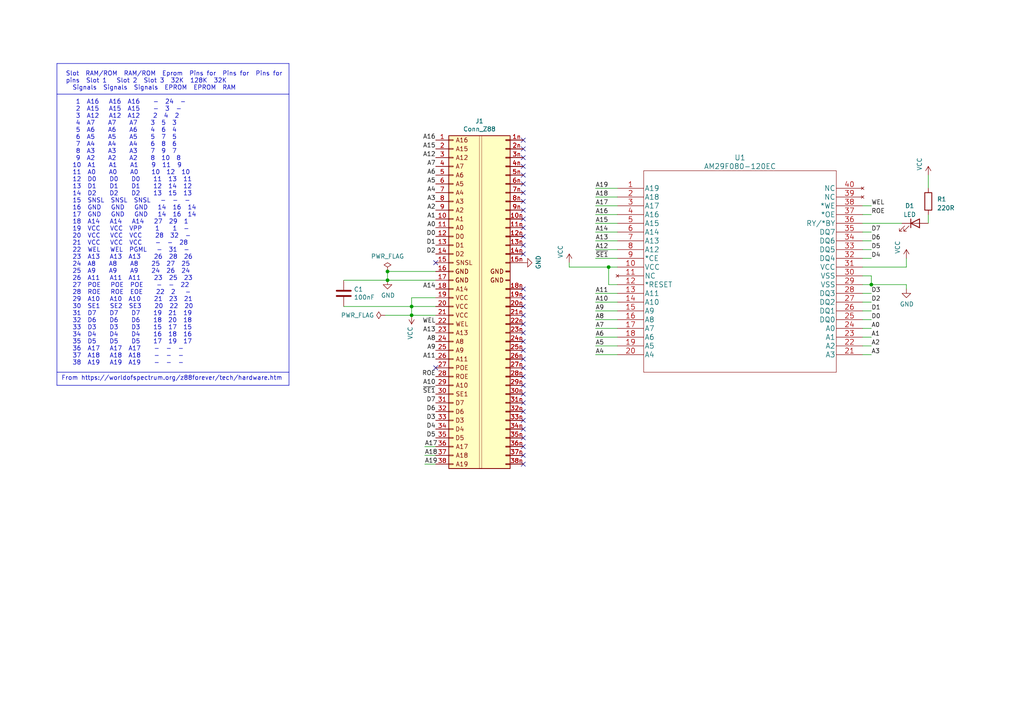
<source format=kicad_sch>
(kicad_sch (version 20230121) (generator eeschema)

  (uuid 5fc6f147-5006-499b-840e-da123d0e24ea)

  (paper "A4")

  (title_block
    (title "Z88- ROM Expension")
    (date "2023-02-28")
    (rev "1.0")
    (company "JimConner")
  )

  (lib_symbols
    (symbol "AM29F080:AM29F080B55EF" (pin_names (offset 0.254)) (in_bom yes) (on_board yes)
      (property "Reference" "U" (at 35.56 10.16 0)
        (effects (font (size 1.524 1.524)))
      )
      (property "Value" "AM29F080B55EF" (at 35.56 7.62 0)
        (effects (font (size 1.524 1.524)))
      )
      (property "Footprint" "Package_SO:TSOP-I-40_18.4x10mm_P0.5mm" (at 35.56 6.096 0)
        (effects (font (size 1.524 1.524)) hide)
      )
      (property "Datasheet" "" (at 0 0 0)
        (effects (font (size 1.524 1.524)))
      )
      (property "ki_fp_filters" "TS040_SPA TS040_SPA-M TS040_SPA-L" (at 0 0 0)
        (effects (font (size 1.27 1.27)) hide)
      )
      (symbol "AM29F080B55EF_1_1"
        (polyline
          (pts
            (xy 7.62 -53.34)
            (xy 63.5 -53.34)
          )
          (stroke (width 0.127) (type solid))
          (fill (type none))
        )
        (polyline
          (pts
            (xy 7.62 5.08)
            (xy 7.62 -53.34)
          )
          (stroke (width 0.127) (type solid))
          (fill (type none))
        )
        (polyline
          (pts
            (xy 63.5 -53.34)
            (xy 63.5 5.08)
          )
          (stroke (width 0.127) (type solid))
          (fill (type none))
        )
        (polyline
          (pts
            (xy 63.5 5.08)
            (xy 7.62 5.08)
          )
          (stroke (width 0.127) (type solid))
          (fill (type none))
        )
        (pin input line (at 0 0 0) (length 7.62)
          (name "A19" (effects (font (size 1.4986 1.4986))))
          (number "1" (effects (font (size 1.4986 1.4986))))
        )
        (pin power_in line (at 0 -22.86 0) (length 7.62)
          (name "VCC" (effects (font (size 1.4986 1.4986))))
          (number "10" (effects (font (size 1.4986 1.4986))))
        )
        (pin no_connect line (at 0 -25.4 0) (length 7.62)
          (name "NC" (effects (font (size 1.4986 1.4986))))
          (number "11" (effects (font (size 1.4986 1.4986))))
        )
        (pin input line (at 0 -27.94 0) (length 7.62)
          (name "*RESET" (effects (font (size 1.4986 1.4986))))
          (number "12" (effects (font (size 1.4986 1.4986))))
        )
        (pin input line (at 0 -30.48 0) (length 7.62)
          (name "A11" (effects (font (size 1.4986 1.4986))))
          (number "13" (effects (font (size 1.4986 1.4986))))
        )
        (pin input line (at 0 -33.02 0) (length 7.62)
          (name "A10" (effects (font (size 1.4986 1.4986))))
          (number "14" (effects (font (size 1.4986 1.4986))))
        )
        (pin input line (at 0 -35.56 0) (length 7.62)
          (name "A9" (effects (font (size 1.4986 1.4986))))
          (number "15" (effects (font (size 1.4986 1.4986))))
        )
        (pin input line (at 0 -38.1 0) (length 7.62)
          (name "A8" (effects (font (size 1.4986 1.4986))))
          (number "16" (effects (font (size 1.4986 1.4986))))
        )
        (pin input line (at 0 -40.64 0) (length 7.62)
          (name "A7" (effects (font (size 1.4986 1.4986))))
          (number "17" (effects (font (size 1.4986 1.4986))))
        )
        (pin input line (at 0 -43.18 0) (length 7.62)
          (name "A6" (effects (font (size 1.4986 1.4986))))
          (number "18" (effects (font (size 1.4986 1.4986))))
        )
        (pin input line (at 0 -45.72 0) (length 7.62)
          (name "A5" (effects (font (size 1.4986 1.4986))))
          (number "19" (effects (font (size 1.4986 1.4986))))
        )
        (pin input line (at 0 -2.54 0) (length 7.62)
          (name "A18" (effects (font (size 1.4986 1.4986))))
          (number "2" (effects (font (size 1.4986 1.4986))))
        )
        (pin input line (at 0 -48.26 0) (length 7.62)
          (name "A4" (effects (font (size 1.4986 1.4986))))
          (number "20" (effects (font (size 1.4986 1.4986))))
        )
        (pin input line (at 71.12 -48.26 180) (length 7.62)
          (name "A3" (effects (font (size 1.4986 1.4986))))
          (number "21" (effects (font (size 1.4986 1.4986))))
        )
        (pin input line (at 71.12 -45.72 180) (length 7.62)
          (name "A2" (effects (font (size 1.4986 1.4986))))
          (number "22" (effects (font (size 1.4986 1.4986))))
        )
        (pin input line (at 71.12 -43.18 180) (length 7.62)
          (name "A1" (effects (font (size 1.4986 1.4986))))
          (number "23" (effects (font (size 1.4986 1.4986))))
        )
        (pin input line (at 71.12 -40.64 180) (length 7.62)
          (name "A0" (effects (font (size 1.4986 1.4986))))
          (number "24" (effects (font (size 1.4986 1.4986))))
        )
        (pin bidirectional line (at 71.12 -38.1 180) (length 7.62)
          (name "DQ0" (effects (font (size 1.4986 1.4986))))
          (number "25" (effects (font (size 1.4986 1.4986))))
        )
        (pin bidirectional line (at 71.12 -35.56 180) (length 7.62)
          (name "DQ1" (effects (font (size 1.4986 1.4986))))
          (number "26" (effects (font (size 1.4986 1.4986))))
        )
        (pin bidirectional line (at 71.12 -33.02 180) (length 7.62)
          (name "DQ2" (effects (font (size 1.4986 1.4986))))
          (number "27" (effects (font (size 1.4986 1.4986))))
        )
        (pin bidirectional line (at 71.12 -30.48 180) (length 7.62)
          (name "DQ3" (effects (font (size 1.4986 1.4986))))
          (number "28" (effects (font (size 1.4986 1.4986))))
        )
        (pin power_in line (at 71.12 -27.94 180) (length 7.62)
          (name "VSS" (effects (font (size 1.4986 1.4986))))
          (number "29" (effects (font (size 1.4986 1.4986))))
        )
        (pin input line (at 0 -5.08 0) (length 7.62)
          (name "A17" (effects (font (size 1.4986 1.4986))))
          (number "3" (effects (font (size 1.4986 1.4986))))
        )
        (pin power_in line (at 71.12 -25.4 180) (length 7.62)
          (name "VSS" (effects (font (size 1.4986 1.4986))))
          (number "30" (effects (font (size 1.4986 1.4986))))
        )
        (pin power_in line (at 71.12 -22.86 180) (length 7.62)
          (name "VCC" (effects (font (size 1.4986 1.4986))))
          (number "31" (effects (font (size 1.4986 1.4986))))
        )
        (pin bidirectional line (at 71.12 -20.32 180) (length 7.62)
          (name "DQ4" (effects (font (size 1.4986 1.4986))))
          (number "32" (effects (font (size 1.4986 1.4986))))
        )
        (pin bidirectional line (at 71.12 -17.78 180) (length 7.62)
          (name "DQ5" (effects (font (size 1.4986 1.4986))))
          (number "33" (effects (font (size 1.4986 1.4986))))
        )
        (pin bidirectional line (at 71.12 -15.24 180) (length 7.62)
          (name "DQ6" (effects (font (size 1.4986 1.4986))))
          (number "34" (effects (font (size 1.4986 1.4986))))
        )
        (pin bidirectional line (at 71.12 -12.7 180) (length 7.62)
          (name "DQ7" (effects (font (size 1.4986 1.4986))))
          (number "35" (effects (font (size 1.4986 1.4986))))
        )
        (pin output line (at 71.12 -10.16 180) (length 7.62)
          (name "RY/*BY" (effects (font (size 1.4986 1.4986))))
          (number "36" (effects (font (size 1.4986 1.4986))))
        )
        (pin input line (at 71.12 -7.62 180) (length 7.62)
          (name "*OE" (effects (font (size 1.4986 1.4986))))
          (number "37" (effects (font (size 1.4986 1.4986))))
        )
        (pin input line (at 71.12 -5.08 180) (length 7.62)
          (name "*WE" (effects (font (size 1.4986 1.4986))))
          (number "38" (effects (font (size 1.4986 1.4986))))
        )
        (pin no_connect line (at 71.12 -2.54 180) (length 7.62)
          (name "NC" (effects (font (size 1.4986 1.4986))))
          (number "39" (effects (font (size 1.4986 1.4986))))
        )
        (pin input line (at 0 -7.62 0) (length 7.62)
          (name "A16" (effects (font (size 1.4986 1.4986))))
          (number "4" (effects (font (size 1.4986 1.4986))))
        )
        (pin no_connect line (at 71.12 0 180) (length 7.62)
          (name "NC" (effects (font (size 1.4986 1.4986))))
          (number "40" (effects (font (size 1.4986 1.4986))))
        )
        (pin input line (at 0 -10.16 0) (length 7.62)
          (name "A15" (effects (font (size 1.4986 1.4986))))
          (number "5" (effects (font (size 1.4986 1.4986))))
        )
        (pin input line (at 0 -12.7 0) (length 7.62)
          (name "A14" (effects (font (size 1.4986 1.4986))))
          (number "6" (effects (font (size 1.4986 1.4986))))
        )
        (pin input line (at 0 -15.24 0) (length 7.62)
          (name "A13" (effects (font (size 1.4986 1.4986))))
          (number "7" (effects (font (size 1.4986 1.4986))))
        )
        (pin input line (at 0 -17.78 0) (length 7.62)
          (name "A12" (effects (font (size 1.4986 1.4986))))
          (number "8" (effects (font (size 1.4986 1.4986))))
        )
        (pin input line (at 0 -20.32 0) (length 7.62)
          (name "*CE" (effects (font (size 1.4986 1.4986))))
          (number "9" (effects (font (size 1.4986 1.4986))))
        )
      )
    )
    (symbol "Device:C" (pin_numbers hide) (pin_names (offset 0.254)) (in_bom yes) (on_board yes)
      (property "Reference" "C" (at 0.635 2.54 0)
        (effects (font (size 1.27 1.27)) (justify left))
      )
      (property "Value" "C" (at 0.635 -2.54 0)
        (effects (font (size 1.27 1.27)) (justify left))
      )
      (property "Footprint" "" (at 0.9652 -3.81 0)
        (effects (font (size 1.27 1.27)) hide)
      )
      (property "Datasheet" "~" (at 0 0 0)
        (effects (font (size 1.27 1.27)) hide)
      )
      (property "ki_keywords" "cap capacitor" (at 0 0 0)
        (effects (font (size 1.27 1.27)) hide)
      )
      (property "ki_description" "Unpolarized capacitor" (at 0 0 0)
        (effects (font (size 1.27 1.27)) hide)
      )
      (property "ki_fp_filters" "C_*" (at 0 0 0)
        (effects (font (size 1.27 1.27)) hide)
      )
      (symbol "C_0_1"
        (polyline
          (pts
            (xy -2.032 -0.762)
            (xy 2.032 -0.762)
          )
          (stroke (width 0.508) (type default))
          (fill (type none))
        )
        (polyline
          (pts
            (xy -2.032 0.762)
            (xy 2.032 0.762)
          )
          (stroke (width 0.508) (type default))
          (fill (type none))
        )
      )
      (symbol "C_1_1"
        (pin passive line (at 0 3.81 270) (length 2.794)
          (name "~" (effects (font (size 1.27 1.27))))
          (number "1" (effects (font (size 1.27 1.27))))
        )
        (pin passive line (at 0 -3.81 90) (length 2.794)
          (name "~" (effects (font (size 1.27 1.27))))
          (number "2" (effects (font (size 1.27 1.27))))
        )
      )
    )
    (symbol "Device:LED" (pin_numbers hide) (pin_names (offset 1.016) hide) (in_bom yes) (on_board yes)
      (property "Reference" "D" (at 0 2.54 0)
        (effects (font (size 1.27 1.27)))
      )
      (property "Value" "LED" (at 0 -2.54 0)
        (effects (font (size 1.27 1.27)))
      )
      (property "Footprint" "" (at 0 0 0)
        (effects (font (size 1.27 1.27)) hide)
      )
      (property "Datasheet" "~" (at 0 0 0)
        (effects (font (size 1.27 1.27)) hide)
      )
      (property "ki_keywords" "LED diode" (at 0 0 0)
        (effects (font (size 1.27 1.27)) hide)
      )
      (property "ki_description" "Light emitting diode" (at 0 0 0)
        (effects (font (size 1.27 1.27)) hide)
      )
      (property "ki_fp_filters" "LED* LED_SMD:* LED_THT:*" (at 0 0 0)
        (effects (font (size 1.27 1.27)) hide)
      )
      (symbol "LED_0_1"
        (polyline
          (pts
            (xy -1.27 -1.27)
            (xy -1.27 1.27)
          )
          (stroke (width 0.254) (type default))
          (fill (type none))
        )
        (polyline
          (pts
            (xy -1.27 0)
            (xy 1.27 0)
          )
          (stroke (width 0) (type default))
          (fill (type none))
        )
        (polyline
          (pts
            (xy 1.27 -1.27)
            (xy 1.27 1.27)
            (xy -1.27 0)
            (xy 1.27 -1.27)
          )
          (stroke (width 0.254) (type default))
          (fill (type none))
        )
        (polyline
          (pts
            (xy -3.048 -0.762)
            (xy -4.572 -2.286)
            (xy -3.81 -2.286)
            (xy -4.572 -2.286)
            (xy -4.572 -1.524)
          )
          (stroke (width 0) (type default))
          (fill (type none))
        )
        (polyline
          (pts
            (xy -1.778 -0.762)
            (xy -3.302 -2.286)
            (xy -2.54 -2.286)
            (xy -3.302 -2.286)
            (xy -3.302 -1.524)
          )
          (stroke (width 0) (type default))
          (fill (type none))
        )
      )
      (symbol "LED_1_1"
        (pin passive line (at -3.81 0 0) (length 2.54)
          (name "K" (effects (font (size 1.27 1.27))))
          (number "1" (effects (font (size 1.27 1.27))))
        )
        (pin passive line (at 3.81 0 180) (length 2.54)
          (name "A" (effects (font (size 1.27 1.27))))
          (number "2" (effects (font (size 1.27 1.27))))
        )
      )
    )
    (symbol "Device:R" (pin_numbers hide) (pin_names (offset 0)) (in_bom yes) (on_board yes)
      (property "Reference" "R" (at 2.032 0 90)
        (effects (font (size 1.27 1.27)))
      )
      (property "Value" "R" (at 0 0 90)
        (effects (font (size 1.27 1.27)))
      )
      (property "Footprint" "" (at -1.778 0 90)
        (effects (font (size 1.27 1.27)) hide)
      )
      (property "Datasheet" "~" (at 0 0 0)
        (effects (font (size 1.27 1.27)) hide)
      )
      (property "ki_keywords" "R res resistor" (at 0 0 0)
        (effects (font (size 1.27 1.27)) hide)
      )
      (property "ki_description" "Resistor" (at 0 0 0)
        (effects (font (size 1.27 1.27)) hide)
      )
      (property "ki_fp_filters" "R_*" (at 0 0 0)
        (effects (font (size 1.27 1.27)) hide)
      )
      (symbol "R_0_1"
        (rectangle (start -1.016 -2.54) (end 1.016 2.54)
          (stroke (width 0.254) (type default))
          (fill (type none))
        )
      )
      (symbol "R_1_1"
        (pin passive line (at 0 3.81 270) (length 1.27)
          (name "~" (effects (font (size 1.27 1.27))))
          (number "1" (effects (font (size 1.27 1.27))))
        )
        (pin passive line (at 0 -3.81 90) (length 1.27)
          (name "~" (effects (font (size 1.27 1.27))))
          (number "2" (effects (font (size 1.27 1.27))))
        )
      )
    )
    (symbol "connector-rescue:Conn_Z88-Connector" (pin_names (offset 1.016) hide) (in_bom yes) (on_board yes)
      (property "Reference" "J" (at 8.89 1.27 0)
        (effects (font (size 1.27 1.27)))
      )
      (property "Value" "Connector_Conn_Z88" (at 8.89 -97.79 0)
        (effects (font (size 1.27 1.27)))
      )
      (property "Footprint" "" (at 1.27 -46.99 0)
        (effects (font (size 1.27 1.27)) hide)
      )
      (property "Datasheet" "" (at 1.27 -46.99 0)
        (effects (font (size 1.27 1.27)) hide)
      )
      (property "ki_fp_filters" "Connector*:*2x??x*mm* Connector*:*2x???Pitch*" (at 0 0 0)
        (effects (font (size 1.27 1.27)) hide)
      )
      (symbol "Conn_Z88-Connector_0_0"
        (text "GND" (at 13.97 -39.37 0)
          (effects (font (size 1.27 1.27)))
        )
        (text "GND" (at 13.97 -39.37 0)
          (effects (font (size 1.27 1.27)))
        )
        (text "WEL" (at 3.81 -54.61 0)
          (effects (font (size 1.27 1.27)))
        )
      )
      (symbol "Conn_Z88-Connector_1_1"
        (rectangle (start 0 -95.123) (end 1.27 -95.377)
          (stroke (width 0.1524) (type solid))
          (fill (type none))
        )
        (rectangle (start 0 -92.583) (end 1.27 -92.837)
          (stroke (width 0.1524) (type solid))
          (fill (type none))
        )
        (rectangle (start 0 -90.043) (end 1.27 -90.297)
          (stroke (width 0.1524) (type solid))
          (fill (type none))
        )
        (rectangle (start 0 -87.503) (end 1.27 -87.757)
          (stroke (width 0.1524) (type solid))
          (fill (type none))
        )
        (rectangle (start 0 -84.963) (end 1.27 -85.217)
          (stroke (width 0.1524) (type solid))
          (fill (type none))
        )
        (rectangle (start 0 -82.423) (end 1.27 -82.677)
          (stroke (width 0.1524) (type solid))
          (fill (type none))
        )
        (rectangle (start 0 -79.883) (end 1.27 -80.137)
          (stroke (width 0.1524) (type solid))
          (fill (type none))
        )
        (rectangle (start 0 -77.343) (end 1.27 -77.597)
          (stroke (width 0.1524) (type solid))
          (fill (type none))
        )
        (rectangle (start 0 -74.803) (end 1.27 -75.057)
          (stroke (width 0.1524) (type solid))
          (fill (type none))
        )
        (rectangle (start 0 -72.263) (end 1.27 -72.517)
          (stroke (width 0.1524) (type solid))
          (fill (type none))
        )
        (rectangle (start 0 -69.723) (end 1.27 -69.977)
          (stroke (width 0.1524) (type solid))
          (fill (type none))
        )
        (rectangle (start 0 -67.183) (end 1.27 -67.437)
          (stroke (width 0.1524) (type solid))
          (fill (type none))
        )
        (rectangle (start 0 -64.643) (end 1.27 -64.897)
          (stroke (width 0.1524) (type solid))
          (fill (type none))
        )
        (rectangle (start 0 -62.103) (end 1.27 -62.357)
          (stroke (width 0.1524) (type solid))
          (fill (type none))
        )
        (rectangle (start 0 -59.563) (end 1.27 -59.817)
          (stroke (width 0.1524) (type solid))
          (fill (type none))
        )
        (rectangle (start 0 -57.023) (end 1.27 -57.277)
          (stroke (width 0.1524) (type solid))
          (fill (type none))
        )
        (rectangle (start 0 -54.483) (end 1.27 -54.737)
          (stroke (width 0.1524) (type solid))
          (fill (type none))
        )
        (rectangle (start 0 -51.943) (end 1.27 -52.197)
          (stroke (width 0.1524) (type solid))
          (fill (type none))
        )
        (rectangle (start 0 -49.403) (end 1.27 -49.657)
          (stroke (width 0.1524) (type solid))
          (fill (type none))
        )
        (rectangle (start 0 -46.863) (end 1.27 -47.117)
          (stroke (width 0.1524) (type solid))
          (fill (type none))
        )
        (rectangle (start 0 -44.323) (end 1.27 -44.577)
          (stroke (width 0.1524) (type solid))
          (fill (type none))
        )
        (rectangle (start 0 -41.783) (end 1.27 -42.037)
          (stroke (width 0.1524) (type solid))
          (fill (type none))
        )
        (rectangle (start 0 -39.243) (end 1.27 -39.497)
          (stroke (width 0.1524) (type solid))
          (fill (type none))
        )
        (rectangle (start 0 -36.703) (end 1.27 -36.957)
          (stroke (width 0.1524) (type solid))
          (fill (type none))
        )
        (rectangle (start 0 -34.163) (end 1.27 -34.417)
          (stroke (width 0.1524) (type solid))
          (fill (type none))
        )
        (rectangle (start 0 -31.623) (end 1.27 -31.877)
          (stroke (width 0.1524) (type solid))
          (fill (type none))
        )
        (rectangle (start 0 -29.083) (end 1.27 -29.337)
          (stroke (width 0.1524) (type solid))
          (fill (type none))
        )
        (rectangle (start 0 -26.543) (end 1.27 -26.797)
          (stroke (width 0.1524) (type solid))
          (fill (type none))
        )
        (rectangle (start 0 -24.003) (end 1.27 -24.257)
          (stroke (width 0.1524) (type solid))
          (fill (type none))
        )
        (rectangle (start 0 -21.463) (end 1.27 -21.717)
          (stroke (width 0.1524) (type solid))
          (fill (type none))
        )
        (rectangle (start 0 -18.923) (end 1.27 -19.177)
          (stroke (width 0.1524) (type solid))
          (fill (type none))
        )
        (rectangle (start 0 -16.383) (end 1.27 -16.637)
          (stroke (width 0.1524) (type solid))
          (fill (type none))
        )
        (rectangle (start 0 -13.843) (end 1.27 -14.097)
          (stroke (width 0.1524) (type solid))
          (fill (type none))
        )
        (rectangle (start 0 -11.303) (end 1.27 -11.557)
          (stroke (width 0.1524) (type solid))
          (fill (type none))
        )
        (rectangle (start 0 -8.763) (end 1.27 -9.017)
          (stroke (width 0.1524) (type solid))
          (fill (type none))
        )
        (rectangle (start 0 -6.223) (end 1.27 -6.477)
          (stroke (width 0.1524) (type solid))
          (fill (type none))
        )
        (rectangle (start 0 -3.683) (end 1.27 -3.937)
          (stroke (width 0.1524) (type solid))
          (fill (type none))
        )
        (rectangle (start 0 -1.143) (end 1.27 -1.397)
          (stroke (width 0.1524) (type solid))
          (fill (type none))
        )
        (rectangle (start 0 0) (end 17.78 -96.52)
          (stroke (width 0.254) (type solid))
          (fill (type background))
        )
        (rectangle (start 8.89 0) (end 9.525 -96.52)
          (stroke (width 0.0254) (type solid))
          (fill (type background))
        )
        (rectangle (start 17.78 -95.123) (end 16.51 -95.377)
          (stroke (width 0.1524) (type solid))
          (fill (type none))
        )
        (rectangle (start 17.78 -95.123) (end 16.51 -95.377)
          (stroke (width 0.1524) (type solid))
          (fill (type none))
        )
        (rectangle (start 17.78 -92.583) (end 16.51 -92.837)
          (stroke (width 0.1524) (type solid))
          (fill (type none))
        )
        (rectangle (start 17.78 -92.583) (end 16.51 -92.837)
          (stroke (width 0.1524) (type solid))
          (fill (type none))
        )
        (rectangle (start 17.78 -90.043) (end 16.51 -90.297)
          (stroke (width 0.1524) (type solid))
          (fill (type none))
        )
        (rectangle (start 17.78 -90.043) (end 16.51 -90.297)
          (stroke (width 0.1524) (type solid))
          (fill (type none))
        )
        (rectangle (start 17.78 -87.503) (end 16.51 -87.757)
          (stroke (width 0.1524) (type solid))
          (fill (type none))
        )
        (rectangle (start 17.78 -87.503) (end 16.51 -87.757)
          (stroke (width 0.1524) (type solid))
          (fill (type none))
        )
        (rectangle (start 17.78 -84.963) (end 16.51 -85.217)
          (stroke (width 0.1524) (type solid))
          (fill (type none))
        )
        (rectangle (start 17.78 -84.963) (end 16.51 -85.217)
          (stroke (width 0.1524) (type solid))
          (fill (type none))
        )
        (rectangle (start 17.78 -82.423) (end 16.51 -82.677)
          (stroke (width 0.1524) (type solid))
          (fill (type none))
        )
        (rectangle (start 17.78 -82.423) (end 16.51 -82.677)
          (stroke (width 0.1524) (type solid))
          (fill (type none))
        )
        (rectangle (start 17.78 -79.883) (end 16.51 -80.137)
          (stroke (width 0.1524) (type solid))
          (fill (type none))
        )
        (rectangle (start 17.78 -79.883) (end 16.51 -80.137)
          (stroke (width 0.1524) (type solid))
          (fill (type none))
        )
        (rectangle (start 17.78 -77.343) (end 16.51 -77.597)
          (stroke (width 0.1524) (type solid))
          (fill (type none))
        )
        (rectangle (start 17.78 -77.343) (end 16.51 -77.597)
          (stroke (width 0.1524) (type solid))
          (fill (type none))
        )
        (rectangle (start 17.78 -74.803) (end 16.51 -75.057)
          (stroke (width 0.1524) (type solid))
          (fill (type none))
        )
        (rectangle (start 17.78 -74.803) (end 16.51 -75.057)
          (stroke (width 0.1524) (type solid))
          (fill (type none))
        )
        (rectangle (start 17.78 -72.263) (end 16.51 -72.517)
          (stroke (width 0.1524) (type solid))
          (fill (type none))
        )
        (rectangle (start 17.78 -72.263) (end 16.51 -72.517)
          (stroke (width 0.1524) (type solid))
          (fill (type none))
        )
        (rectangle (start 17.78 -69.723) (end 16.51 -69.977)
          (stroke (width 0.1524) (type solid))
          (fill (type none))
        )
        (rectangle (start 17.78 -69.723) (end 16.51 -69.977)
          (stroke (width 0.1524) (type solid))
          (fill (type none))
        )
        (rectangle (start 17.78 -67.183) (end 16.51 -67.437)
          (stroke (width 0.1524) (type solid))
          (fill (type none))
        )
        (rectangle (start 17.78 -67.183) (end 16.51 -67.437)
          (stroke (width 0.1524) (type solid))
          (fill (type none))
        )
        (rectangle (start 17.78 -64.643) (end 16.51 -64.897)
          (stroke (width 0.1524) (type solid))
          (fill (type none))
        )
        (rectangle (start 17.78 -64.643) (end 16.51 -64.897)
          (stroke (width 0.1524) (type solid))
          (fill (type none))
        )
        (rectangle (start 17.78 -62.103) (end 16.51 -62.357)
          (stroke (width 0.1524) (type solid))
          (fill (type none))
        )
        (rectangle (start 17.78 -62.103) (end 16.51 -62.357)
          (stroke (width 0.1524) (type solid))
          (fill (type none))
        )
        (rectangle (start 17.78 -59.563) (end 16.51 -59.817)
          (stroke (width 0.1524) (type solid))
          (fill (type none))
        )
        (rectangle (start 17.78 -59.563) (end 16.51 -59.817)
          (stroke (width 0.1524) (type solid))
          (fill (type none))
        )
        (rectangle (start 17.78 -57.023) (end 16.51 -57.277)
          (stroke (width 0.1524) (type solid))
          (fill (type none))
        )
        (rectangle (start 17.78 -57.023) (end 16.51 -57.277)
          (stroke (width 0.1524) (type solid))
          (fill (type none))
        )
        (rectangle (start 17.78 -54.483) (end 16.51 -54.737)
          (stroke (width 0.1524) (type solid))
          (fill (type none))
        )
        (rectangle (start 17.78 -54.483) (end 16.51 -54.737)
          (stroke (width 0.1524) (type solid))
          (fill (type none))
        )
        (rectangle (start 17.78 -51.943) (end 16.51 -52.197)
          (stroke (width 0.1524) (type solid))
          (fill (type none))
        )
        (rectangle (start 17.78 -51.943) (end 16.51 -52.197)
          (stroke (width 0.1524) (type solid))
          (fill (type none))
        )
        (rectangle (start 17.78 -49.403) (end 16.51 -49.657)
          (stroke (width 0.1524) (type solid))
          (fill (type none))
        )
        (rectangle (start 17.78 -49.403) (end 16.51 -49.657)
          (stroke (width 0.1524) (type solid))
          (fill (type none))
        )
        (rectangle (start 17.78 -46.863) (end 16.51 -47.117)
          (stroke (width 0.1524) (type solid))
          (fill (type none))
        )
        (rectangle (start 17.78 -46.863) (end 16.51 -47.117)
          (stroke (width 0.1524) (type solid))
          (fill (type none))
        )
        (rectangle (start 17.78 -44.323) (end 16.51 -44.577)
          (stroke (width 0.1524) (type solid))
          (fill (type none))
        )
        (rectangle (start 17.78 -44.323) (end 16.51 -44.577)
          (stroke (width 0.1524) (type solid))
          (fill (type none))
        )
        (rectangle (start 17.78 -41.783) (end 16.51 -42.037)
          (stroke (width 0.1524) (type solid))
          (fill (type none))
        )
        (rectangle (start 17.78 -41.783) (end 16.51 -42.037)
          (stroke (width 0.1524) (type solid))
          (fill (type none))
        )
        (rectangle (start 17.78 -39.243) (end 16.51 -39.497)
          (stroke (width 0.1524) (type solid))
          (fill (type none))
        )
        (rectangle (start 17.78 -39.243) (end 16.51 -39.497)
          (stroke (width 0.1524) (type solid))
          (fill (type none))
        )
        (rectangle (start 17.78 -36.703) (end 16.51 -36.957)
          (stroke (width 0.1524) (type solid))
          (fill (type none))
        )
        (rectangle (start 17.78 -36.703) (end 16.51 -36.957)
          (stroke (width 0.1524) (type solid))
          (fill (type none))
        )
        (rectangle (start 17.78 -34.163) (end 16.51 -34.417)
          (stroke (width 0.1524) (type solid))
          (fill (type none))
        )
        (rectangle (start 17.78 -34.163) (end 16.51 -34.417)
          (stroke (width 0.1524) (type solid))
          (fill (type none))
        )
        (rectangle (start 17.78 -31.623) (end 16.51 -31.877)
          (stroke (width 0.1524) (type solid))
          (fill (type none))
        )
        (rectangle (start 17.78 -31.623) (end 16.51 -31.877)
          (stroke (width 0.1524) (type solid))
          (fill (type none))
        )
        (rectangle (start 17.78 -29.083) (end 16.51 -29.337)
          (stroke (width 0.1524) (type solid))
          (fill (type none))
        )
        (rectangle (start 17.78 -29.083) (end 16.51 -29.337)
          (stroke (width 0.1524) (type solid))
          (fill (type none))
        )
        (rectangle (start 17.78 -26.543) (end 16.51 -26.797)
          (stroke (width 0.1524) (type solid))
          (fill (type none))
        )
        (rectangle (start 17.78 -26.543) (end 16.51 -26.797)
          (stroke (width 0.1524) (type solid))
          (fill (type none))
        )
        (rectangle (start 17.78 -24.003) (end 16.51 -24.257)
          (stroke (width 0.1524) (type solid))
          (fill (type none))
        )
        (rectangle (start 17.78 -24.003) (end 16.51 -24.257)
          (stroke (width 0.1524) (type solid))
          (fill (type none))
        )
        (rectangle (start 17.78 -21.463) (end 16.51 -21.717)
          (stroke (width 0.1524) (type solid))
          (fill (type none))
        )
        (rectangle (start 17.78 -21.463) (end 16.51 -21.717)
          (stroke (width 0.1524) (type solid))
          (fill (type none))
        )
        (rectangle (start 17.78 -18.923) (end 16.51 -19.177)
          (stroke (width 0.1524) (type solid))
          (fill (type none))
        )
        (rectangle (start 17.78 -18.923) (end 16.51 -19.177)
          (stroke (width 0.1524) (type solid))
          (fill (type none))
        )
        (rectangle (start 17.78 -16.383) (end 16.51 -16.637)
          (stroke (width 0.1524) (type solid))
          (fill (type none))
        )
        (rectangle (start 17.78 -16.383) (end 16.51 -16.637)
          (stroke (width 0.1524) (type solid))
          (fill (type none))
        )
        (rectangle (start 17.78 -13.843) (end 16.51 -14.097)
          (stroke (width 0.1524) (type solid))
          (fill (type none))
        )
        (rectangle (start 17.78 -13.843) (end 16.51 -14.097)
          (stroke (width 0.1524) (type solid))
          (fill (type none))
        )
        (rectangle (start 17.78 -11.303) (end 16.51 -11.557)
          (stroke (width 0.1524) (type solid))
          (fill (type none))
        )
        (rectangle (start 17.78 -11.303) (end 16.51 -11.557)
          (stroke (width 0.1524) (type solid))
          (fill (type none))
        )
        (rectangle (start 17.78 -8.763) (end 16.51 -9.017)
          (stroke (width 0.1524) (type solid))
          (fill (type none))
        )
        (rectangle (start 17.78 -8.763) (end 16.51 -9.017)
          (stroke (width 0.1524) (type solid))
          (fill (type none))
        )
        (rectangle (start 17.78 -6.223) (end 16.51 -6.477)
          (stroke (width 0.1524) (type solid))
          (fill (type none))
        )
        (rectangle (start 17.78 -6.223) (end 16.51 -6.477)
          (stroke (width 0.1524) (type solid))
          (fill (type none))
        )
        (rectangle (start 17.78 -3.683) (end 16.51 -3.937)
          (stroke (width 0.1524) (type solid))
          (fill (type none))
        )
        (rectangle (start 17.78 -3.683) (end 16.51 -3.937)
          (stroke (width 0.1524) (type solid))
          (fill (type none))
        )
        (rectangle (start 17.78 -1.143) (end 16.51 -1.397)
          (stroke (width 0.1524) (type solid))
          (fill (type none))
        )
        (rectangle (start 17.78 -1.143) (end 16.51 -1.397)
          (stroke (width 0.1524) (type solid))
          (fill (type none))
        )
        (text "A0" (at 3.175 -26.67 0)
          (effects (font (size 1.27 1.27)))
        )
        (text "A1" (at 3.175 -24.13 0)
          (effects (font (size 1.27 1.27)))
        )
        (text "A10" (at 3.81 -72.39 0)
          (effects (font (size 1.27 1.27)))
        )
        (text "A11" (at 3.81 -64.77 0)
          (effects (font (size 1.27 1.27)))
        )
        (text "A12" (at 3.81 -6.35 0)
          (effects (font (size 1.27 1.27)))
        )
        (text "A13" (at 3.81 -57.15 0)
          (effects (font (size 1.27 1.27)))
        )
        (text "A14" (at 3.81 -44.45 0)
          (effects (font (size 1.27 1.27)))
        )
        (text "A15" (at 3.81 -3.81 0)
          (effects (font (size 1.27 1.27)))
        )
        (text "A16" (at 3.81 -1.27 0)
          (effects (font (size 1.27 1.27)))
        )
        (text "A17" (at 3.81 -90.17 0)
          (effects (font (size 1.27 1.27)))
        )
        (text "A18" (at 3.81 -92.71 0)
          (effects (font (size 1.27 1.27)))
        )
        (text "A19" (at 3.81 -95.25 0)
          (effects (font (size 1.27 1.27)))
        )
        (text "A2" (at 3.175 -21.59 0)
          (effects (font (size 1.27 1.27)))
        )
        (text "A3" (at 3.175 -19.05 0)
          (effects (font (size 1.27 1.27)))
        )
        (text "A4" (at 3.175 -16.51 0)
          (effects (font (size 1.27 1.27)))
        )
        (text "A5" (at 3.175 -13.97 0)
          (effects (font (size 1.27 1.27)))
        )
        (text "A6" (at 3.175 -11.43 0)
          (effects (font (size 1.27 1.27)))
        )
        (text "A7" (at 3.175 -8.89 0)
          (effects (font (size 1.27 1.27)))
        )
        (text "A8" (at 3.175 -59.69 0)
          (effects (font (size 1.27 1.27)))
        )
        (text "A9" (at 3.175 -62.23 0)
          (effects (font (size 1.27 1.27)))
        )
        (text "D0" (at 3.175 -29.21 0)
          (effects (font (size 1.27 1.27)))
        )
        (text "D1" (at 3.175 -31.75 0)
          (effects (font (size 1.27 1.27)))
        )
        (text "D2" (at 3.175 -34.29 0)
          (effects (font (size 1.27 1.27)))
        )
        (text "D3" (at 3.175 -82.55 0)
          (effects (font (size 1.27 1.27)))
        )
        (text "D4" (at 3.175 -85.09 0)
          (effects (font (size 1.27 1.27)))
        )
        (text "D5" (at 3.175 -87.63 0)
          (effects (font (size 1.27 1.27)))
        )
        (text "D6" (at 3.175 -80.01 0)
          (effects (font (size 1.27 1.27)))
        )
        (text "D7" (at 3.175 -77.47 0)
          (effects (font (size 1.27 1.27)))
        )
        (text "GND" (at 3.81 -41.91 0)
          (effects (font (size 1.27 1.27)))
        )
        (text "GND" (at 3.81 -41.91 0)
          (effects (font (size 1.27 1.27)))
        )
        (text "GND" (at 3.81 -39.37 0)
          (effects (font (size 1.27 1.27)))
        )
        (text "GND" (at 3.81 -39.37 0)
          (effects (font (size 1.27 1.27)))
        )
        (text "GND" (at 13.97 -41.91 0)
          (effects (font (size 1.27 1.27)))
        )
        (text "GND" (at 13.97 -41.91 0)
          (effects (font (size 1.27 1.27)))
        )
        (text "POE" (at 3.81 -67.31 0)
          (effects (font (size 1.27 1.27)))
        )
        (text "ROE" (at 3.81 -69.85 0)
          (effects (font (size 1.27 1.27)))
        )
        (text "SE1" (at 3.81 -74.93 0)
          (effects (font (size 1.27 1.27)))
        )
        (text "SNSL" (at 4.445 -36.83 0)
          (effects (font (size 1.27 1.27)))
        )
        (text "VCC" (at 3.81 -52.07 0)
          (effects (font (size 1.27 1.27)))
        )
        (text "VCC" (at 3.81 -49.53 0)
          (effects (font (size 1.27 1.27)))
        )
        (text "VCC" (at 3.81 -46.99 0)
          (effects (font (size 1.27 1.27)))
        )
        (pin passive line (at -3.81 -1.27 0) (length 3.81)
          (name "Pin_1" (effects (font (size 1.27 1.27))))
          (number "1" (effects (font (size 1.27 1.27))))
        )
        (pin passive line (at -3.81 -24.13 0) (length 3.81)
          (name "Pin_10" (effects (font (size 1.27 1.27))))
          (number "10" (effects (font (size 1.27 1.27))))
        )
        (pin passive line (at 21.59 -24.13 180) (length 3.81)
          (name "Pin_48" (effects (font (size 1.27 1.27))))
          (number "10n" (effects (font (size 1.27 1.27))))
        )
        (pin passive line (at 21.59 -24.13 180) (length 3.81)
          (name "Pin_48" (effects (font (size 1.27 1.27))))
          (number "10n" (effects (font (size 1.27 1.27))))
        )
        (pin passive line (at -3.81 -26.67 0) (length 3.81)
          (name "Pin_11" (effects (font (size 1.27 1.27))))
          (number "11" (effects (font (size 1.27 1.27))))
        )
        (pin passive line (at 21.59 -26.67 180) (length 3.81)
          (name "Pin_49" (effects (font (size 1.27 1.27))))
          (number "11n" (effects (font (size 1.27 1.27))))
        )
        (pin passive line (at 21.59 -26.67 180) (length 3.81)
          (name "Pin_49" (effects (font (size 1.27 1.27))))
          (number "11n" (effects (font (size 1.27 1.27))))
        )
        (pin passive line (at -3.81 -29.21 0) (length 3.81)
          (name "Pin_12" (effects (font (size 1.27 1.27))))
          (number "12" (effects (font (size 1.27 1.27))))
        )
        (pin passive line (at 21.59 -29.21 180) (length 3.81)
          (name "Pin_50" (effects (font (size 1.27 1.27))))
          (number "12n" (effects (font (size 1.27 1.27))))
        )
        (pin passive line (at 21.59 -29.21 180) (length 3.81)
          (name "Pin_50" (effects (font (size 1.27 1.27))))
          (number "12n" (effects (font (size 1.27 1.27))))
        )
        (pin passive line (at -3.81 -31.75 0) (length 3.81)
          (name "Pin_13" (effects (font (size 1.27 1.27))))
          (number "13" (effects (font (size 1.27 1.27))))
        )
        (pin passive line (at 21.59 -31.75 180) (length 3.81)
          (name "Pin_51" (effects (font (size 1.27 1.27))))
          (number "13n" (effects (font (size 1.27 1.27))))
        )
        (pin passive line (at 21.59 -31.75 180) (length 3.81)
          (name "Pin_51" (effects (font (size 1.27 1.27))))
          (number "13n" (effects (font (size 1.27 1.27))))
        )
        (pin passive line (at -3.81 -34.29 0) (length 3.81)
          (name "Pin_14" (effects (font (size 1.27 1.27))))
          (number "14" (effects (font (size 1.27 1.27))))
        )
        (pin passive line (at 21.59 -34.29 180) (length 3.81)
          (name "Pin_52" (effects (font (size 1.27 1.27))))
          (number "14n" (effects (font (size 1.27 1.27))))
        )
        (pin passive line (at 21.59 -34.29 180) (length 3.81)
          (name "Pin_52" (effects (font (size 1.27 1.27))))
          (number "14n" (effects (font (size 1.27 1.27))))
        )
        (pin passive line (at -3.81 -36.83 0) (length 3.81)
          (name "GND" (effects (font (size 1.27 1.27))))
          (number "15" (effects (font (size 1.27 1.27))))
        )
        (pin passive line (at 21.59 -36.83 180) (length 3.81)
          (name "Pin_53" (effects (font (size 1.27 1.27))))
          (number "15n" (effects (font (size 1.27 1.27))))
        )
        (pin passive line (at 21.59 -36.83 180) (length 3.81)
          (name "Pin_53" (effects (font (size 1.27 1.27))))
          (number "15n" (effects (font (size 1.27 1.27))))
        )
        (pin passive line (at -3.81 -39.37 0) (length 3.81)
          (name "GND" (effects (font (size 1.27 1.27))))
          (number "16" (effects (font (size 1.27 1.27))))
        )
        (pin passive line (at -3.81 -41.91 0) (length 3.81)
          (name "GND" (effects (font (size 1.27 1.27))))
          (number "17" (effects (font (size 1.27 1.27))))
        )
        (pin passive line (at -3.81 -44.45 0) (length 3.81)
          (name "Pin_18" (effects (font (size 1.27 1.27))))
          (number "18" (effects (font (size 1.27 1.27))))
        )
        (pin passive line (at 21.59 -44.45 180) (length 3.81)
          (name "Pin_56" (effects (font (size 1.27 1.27))))
          (number "18n" (effects (font (size 1.27 1.27))))
        )
        (pin passive line (at 21.59 -44.45 180) (length 3.81)
          (name "Pin_56" (effects (font (size 1.27 1.27))))
          (number "18n" (effects (font (size 1.27 1.27))))
        )
        (pin passive line (at -3.81 -46.99 0) (length 3.81)
          (name "Pin_19" (effects (font (size 1.27 1.27))))
          (number "19" (effects (font (size 1.27 1.27))))
        )
        (pin passive line (at 21.59 -46.99 180) (length 3.81)
          (name "Pin_57" (effects (font (size 1.27 1.27))))
          (number "19n" (effects (font (size 1.27 1.27))))
        )
        (pin passive line (at 21.59 -46.99 180) (length 3.81)
          (name "Pin_57" (effects (font (size 1.27 1.27))))
          (number "19n" (effects (font (size 1.27 1.27))))
        )
        (pin passive line (at 21.59 -1.27 180) (length 3.81)
          (name "Pin_39" (effects (font (size 1.27 1.27))))
          (number "1n" (effects (font (size 1.27 1.27))))
        )
        (pin passive line (at 21.59 -1.27 180) (length 3.81)
          (name "Pin_39" (effects (font (size 1.27 1.27))))
          (number "1n" (effects (font (size 1.27 1.27))))
        )
        (pin passive line (at -3.81 -3.81 0) (length 3.81)
          (name "Pin_2" (effects (font (size 1.27 1.27))))
          (number "2" (effects (font (size 1.27 1.27))))
        )
        (pin passive line (at -3.81 -49.53 0) (length 3.81)
          (name "Pin_20" (effects (font (size 1.27 1.27))))
          (number "20" (effects (font (size 1.27 1.27))))
        )
        (pin passive line (at 21.59 -49.53 180) (length 3.81)
          (name "Pin_58" (effects (font (size 1.27 1.27))))
          (number "20n" (effects (font (size 1.27 1.27))))
        )
        (pin passive line (at 21.59 -49.53 180) (length 3.81)
          (name "Pin_58" (effects (font (size 1.27 1.27))))
          (number "20n" (effects (font (size 1.27 1.27))))
        )
        (pin passive line (at -3.81 -52.07 0) (length 3.81)
          (name "Pin_21" (effects (font (size 1.27 1.27))))
          (number "21" (effects (font (size 1.27 1.27))))
        )
        (pin passive line (at 21.59 -52.07 180) (length 3.81)
          (name "Pin_59" (effects (font (size 1.27 1.27))))
          (number "21n" (effects (font (size 1.27 1.27))))
        )
        (pin passive line (at 21.59 -52.07 180) (length 3.81)
          (name "Pin_59" (effects (font (size 1.27 1.27))))
          (number "21n" (effects (font (size 1.27 1.27))))
        )
        (pin passive line (at -3.81 -54.61 0) (length 3.81)
          (name "Pin_22" (effects (font (size 1.27 1.27))))
          (number "22" (effects (font (size 1.27 1.27))))
        )
        (pin passive line (at 21.59 -54.61 180) (length 3.81)
          (name "Pin_60" (effects (font (size 1.27 1.27))))
          (number "22n" (effects (font (size 1.27 1.27))))
        )
        (pin passive line (at 21.59 -54.61 180) (length 3.81)
          (name "Pin_60" (effects (font (size 1.27 1.27))))
          (number "22n" (effects (font (size 1.27 1.27))))
        )
        (pin passive line (at -3.81 -57.15 0) (length 3.81)
          (name "Pin_23" (effects (font (size 1.27 1.27))))
          (number "23" (effects (font (size 1.27 1.27))))
        )
        (pin passive line (at 21.59 -57.15 180) (length 3.81)
          (name "Pin_61" (effects (font (size 1.27 1.27))))
          (number "23n" (effects (font (size 1.27 1.27))))
        )
        (pin passive line (at 21.59 -57.15 180) (length 3.81)
          (name "Pin_61" (effects (font (size 1.27 1.27))))
          (number "23n" (effects (font (size 1.27 1.27))))
        )
        (pin passive line (at -3.81 -59.69 0) (length 3.81)
          (name "Pin_24" (effects (font (size 1.27 1.27))))
          (number "24" (effects (font (size 1.27 1.27))))
        )
        (pin passive line (at 21.59 -59.69 180) (length 3.81)
          (name "Pin_62" (effects (font (size 1.27 1.27))))
          (number "24n" (effects (font (size 1.27 1.27))))
        )
        (pin passive line (at 21.59 -59.69 180) (length 3.81)
          (name "Pin_62" (effects (font (size 1.27 1.27))))
          (number "24n" (effects (font (size 1.27 1.27))))
        )
        (pin passive line (at -3.81 -62.23 0) (length 3.81)
          (name "Pin_25" (effects (font (size 1.27 1.27))))
          (number "25" (effects (font (size 1.27 1.27))))
        )
        (pin passive line (at 21.59 -62.23 180) (length 3.81)
          (name "Pin_63" (effects (font (size 1.27 1.27))))
          (number "25n" (effects (font (size 1.27 1.27))))
        )
        (pin passive line (at 21.59 -62.23 180) (length 3.81)
          (name "Pin_63" (effects (font (size 1.27 1.27))))
          (number "25n" (effects (font (size 1.27 1.27))))
        )
        (pin passive line (at -3.81 -64.77 0) (length 3.81)
          (name "Pin_26" (effects (font (size 1.27 1.27))))
          (number "26" (effects (font (size 1.27 1.27))))
        )
        (pin passive line (at 21.59 -64.77 180) (length 3.81)
          (name "Pin_64" (effects (font (size 1.27 1.27))))
          (number "26n" (effects (font (size 1.27 1.27))))
        )
        (pin passive line (at 21.59 -64.77 180) (length 3.81)
          (name "Pin_64" (effects (font (size 1.27 1.27))))
          (number "26n" (effects (font (size 1.27 1.27))))
        )
        (pin passive line (at -3.81 -67.31 0) (length 3.81)
          (name "Pin_27" (effects (font (size 1.27 1.27))))
          (number "27" (effects (font (size 1.27 1.27))))
        )
        (pin passive line (at 21.59 -67.31 180) (length 3.81)
          (name "Pin_65" (effects (font (size 1.27 1.27))))
          (number "27n" (effects (font (size 1.27 1.27))))
        )
        (pin passive line (at 21.59 -67.31 180) (length 3.81)
          (name "Pin_65" (effects (font (size 1.27 1.27))))
          (number "27n" (effects (font (size 1.27 1.27))))
        )
        (pin passive line (at -3.81 -69.85 0) (length 3.81)
          (name "Pin_28" (effects (font (size 1.27 1.27))))
          (number "28" (effects (font (size 1.27 1.27))))
        )
        (pin passive line (at 21.59 -69.85 180) (length 3.81)
          (name "Pin_66" (effects (font (size 1.27 1.27))))
          (number "28n" (effects (font (size 1.27 1.27))))
        )
        (pin passive line (at 21.59 -69.85 180) (length 3.81)
          (name "Pin_66" (effects (font (size 1.27 1.27))))
          (number "28n" (effects (font (size 1.27 1.27))))
        )
        (pin passive line (at -3.81 -72.39 0) (length 3.81)
          (name "Pin_29" (effects (font (size 1.27 1.27))))
          (number "29" (effects (font (size 1.27 1.27))))
        )
        (pin passive line (at 21.59 -72.39 180) (length 3.81)
          (name "Pin_67" (effects (font (size 1.27 1.27))))
          (number "29n" (effects (font (size 1.27 1.27))))
        )
        (pin passive line (at 21.59 -72.39 180) (length 3.81)
          (name "Pin_67" (effects (font (size 1.27 1.27))))
          (number "29n" (effects (font (size 1.27 1.27))))
        )
        (pin passive line (at 21.59 -3.81 180) (length 3.81)
          (name "Pin_40" (effects (font (size 1.27 1.27))))
          (number "2n" (effects (font (size 1.27 1.27))))
        )
        (pin passive line (at 21.59 -3.81 180) (length 3.81)
          (name "Pin_40" (effects (font (size 1.27 1.27))))
          (number "2n" (effects (font (size 1.27 1.27))))
        )
        (pin passive line (at -3.81 -6.35 0) (length 3.81)
          (name "Pin_3" (effects (font (size 1.27 1.27))))
          (number "3" (effects (font (size 1.27 1.27))))
        )
        (pin passive line (at -3.81 -74.93 0) (length 3.81)
          (name "Pin_30" (effects (font (size 1.27 1.27))))
          (number "30" (effects (font (size 1.27 1.27))))
        )
        (pin passive line (at 21.59 -74.93 180) (length 3.81)
          (name "Pin_68" (effects (font (size 1.27 1.27))))
          (number "30n" (effects (font (size 1.27 1.27))))
        )
        (pin passive line (at 21.59 -74.93 180) (length 3.81)
          (name "Pin_68" (effects (font (size 1.27 1.27))))
          (number "30n" (effects (font (size 1.27 1.27))))
        )
        (pin passive line (at -3.81 -77.47 0) (length 3.81)
          (name "Pin_31" (effects (font (size 1.27 1.27))))
          (number "31" (effects (font (size 1.27 1.27))))
        )
        (pin passive line (at 21.59 -77.47 180) (length 3.81)
          (name "Pin_69" (effects (font (size 1.27 1.27))))
          (number "31n" (effects (font (size 1.27 1.27))))
        )
        (pin passive line (at 21.59 -77.47 180) (length 3.81)
          (name "Pin_69" (effects (font (size 1.27 1.27))))
          (number "31n" (effects (font (size 1.27 1.27))))
        )
        (pin passive line (at -3.81 -80.01 0) (length 3.81)
          (name "Pin_32" (effects (font (size 1.27 1.27))))
          (number "32" (effects (font (size 1.27 1.27))))
        )
        (pin passive line (at 21.59 -80.01 180) (length 3.81)
          (name "Pin_70" (effects (font (size 1.27 1.27))))
          (number "32n" (effects (font (size 1.27 1.27))))
        )
        (pin passive line (at 21.59 -80.01 180) (length 3.81)
          (name "Pin_70" (effects (font (size 1.27 1.27))))
          (number "32n" (effects (font (size 1.27 1.27))))
        )
        (pin passive line (at -3.81 -82.55 0) (length 3.81)
          (name "Pin_33" (effects (font (size 1.27 1.27))))
          (number "33" (effects (font (size 1.27 1.27))))
        )
        (pin passive line (at 21.59 -82.55 180) (length 3.81)
          (name "Pin_71" (effects (font (size 1.27 1.27))))
          (number "33n" (effects (font (size 1.27 1.27))))
        )
        (pin passive line (at 21.59 -82.55 180) (length 3.81)
          (name "Pin_71" (effects (font (size 1.27 1.27))))
          (number "33n" (effects (font (size 1.27 1.27))))
        )
        (pin passive line (at -3.81 -85.09 0) (length 3.81)
          (name "Pin_34" (effects (font (size 1.27 1.27))))
          (number "34" (effects (font (size 1.27 1.27))))
        )
        (pin passive line (at 21.59 -85.09 180) (length 3.81)
          (name "Pin_72" (effects (font (size 1.27 1.27))))
          (number "34n" (effects (font (size 1.27 1.27))))
        )
        (pin passive line (at 21.59 -85.09 180) (length 3.81)
          (name "Pin_72" (effects (font (size 1.27 1.27))))
          (number "34n" (effects (font (size 1.27 1.27))))
        )
        (pin passive line (at -3.81 -87.63 0) (length 3.81)
          (name "Pin_35" (effects (font (size 1.27 1.27))))
          (number "35" (effects (font (size 1.27 1.27))))
        )
        (pin passive line (at 21.59 -87.63 180) (length 3.81)
          (name "Pin_73" (effects (font (size 1.27 1.27))))
          (number "35n" (effects (font (size 1.27 1.27))))
        )
        (pin passive line (at 21.59 -87.63 180) (length 3.81)
          (name "Pin_73" (effects (font (size 1.27 1.27))))
          (number "35n" (effects (font (size 1.27 1.27))))
        )
        (pin passive line (at -3.81 -90.17 0) (length 3.81)
          (name "Pin_36" (effects (font (size 1.27 1.27))))
          (number "36" (effects (font (size 1.27 1.27))))
        )
        (pin passive line (at 21.59 -90.17 180) (length 3.81)
          (name "Pin_74" (effects (font (size 1.27 1.27))))
          (number "36n" (effects (font (size 1.27 1.27))))
        )
        (pin passive line (at 21.59 -90.17 180) (length 3.81)
          (name "Pin_74" (effects (font (size 1.27 1.27))))
          (number "36n" (effects (font (size 1.27 1.27))))
        )
        (pin passive line (at -3.81 -92.71 0) (length 3.81)
          (name "Pin_37" (effects (font (size 1.27 1.27))))
          (number "37" (effects (font (size 1.27 1.27))))
        )
        (pin passive line (at 21.59 -92.71 180) (length 3.81)
          (name "Pin_75" (effects (font (size 1.27 1.27))))
          (number "37n" (effects (font (size 1.27 1.27))))
        )
        (pin passive line (at 21.59 -92.71 180) (length 3.81)
          (name "Pin_75" (effects (font (size 1.27 1.27))))
          (number "37n" (effects (font (size 1.27 1.27))))
        )
        (pin passive line (at -3.81 -95.25 0) (length 3.81)
          (name "Pin_38" (effects (font (size 1.27 1.27))))
          (number "38" (effects (font (size 1.27 1.27))))
        )
        (pin passive line (at 21.59 -95.25 180) (length 3.81)
          (name "Pin_76" (effects (font (size 1.27 1.27))))
          (number "38n" (effects (font (size 1.27 1.27))))
        )
        (pin passive line (at 21.59 -95.25 180) (length 3.81)
          (name "Pin_76" (effects (font (size 1.27 1.27))))
          (number "38n" (effects (font (size 1.27 1.27))))
        )
        (pin passive line (at 21.59 -6.35 180) (length 3.81)
          (name "Pin_41" (effects (font (size 1.27 1.27))))
          (number "3n" (effects (font (size 1.27 1.27))))
        )
        (pin passive line (at 21.59 -6.35 180) (length 3.81)
          (name "Pin_41" (effects (font (size 1.27 1.27))))
          (number "3n" (effects (font (size 1.27 1.27))))
        )
        (pin passive line (at -3.81 -8.89 0) (length 3.81)
          (name "Pin_4" (effects (font (size 1.27 1.27))))
          (number "4" (effects (font (size 1.27 1.27))))
        )
        (pin passive line (at 21.59 -8.89 180) (length 3.81)
          (name "Pin_42" (effects (font (size 1.27 1.27))))
          (number "4n" (effects (font (size 1.27 1.27))))
        )
        (pin passive line (at 21.59 -8.89 180) (length 3.81)
          (name "Pin_42" (effects (font (size 1.27 1.27))))
          (number "4n" (effects (font (size 1.27 1.27))))
        )
        (pin passive line (at -3.81 -11.43 0) (length 3.81)
          (name "Pin_5" (effects (font (size 1.27 1.27))))
          (number "5" (effects (font (size 1.27 1.27))))
        )
        (pin passive line (at 21.59 -11.43 180) (length 3.81)
          (name "Pin_43" (effects (font (size 1.27 1.27))))
          (number "5n" (effects (font (size 1.27 1.27))))
        )
        (pin passive line (at 21.59 -11.43 180) (length 3.81)
          (name "Pin_43" (effects (font (size 1.27 1.27))))
          (number "5n" (effects (font (size 1.27 1.27))))
        )
        (pin passive line (at -3.81 -13.97 0) (length 3.81)
          (name "Pin_6" (effects (font (size 1.27 1.27))))
          (number "6" (effects (font (size 1.27 1.27))))
        )
        (pin passive line (at 21.59 -13.97 180) (length 3.81)
          (name "Pin_44" (effects (font (size 1.27 1.27))))
          (number "6n" (effects (font (size 1.27 1.27))))
        )
        (pin passive line (at 21.59 -13.97 180) (length 3.81)
          (name "Pin_44" (effects (font (size 1.27 1.27))))
          (number "6n" (effects (font (size 1.27 1.27))))
        )
        (pin passive line (at -3.81 -16.51 0) (length 3.81)
          (name "Pin_7" (effects (font (size 1.27 1.27))))
          (number "7" (effects (font (size 1.27 1.27))))
        )
        (pin passive line (at 21.59 -16.51 180) (length 3.81)
          (name "Pin_45" (effects (font (size 1.27 1.27))))
          (number "7n" (effects (font (size 1.27 1.27))))
        )
        (pin passive line (at 21.59 -16.51 180) (length 3.81)
          (name "Pin_45" (effects (font (size 1.27 1.27))))
          (number "7n" (effects (font (size 1.27 1.27))))
        )
        (pin passive line (at -3.81 -19.05 0) (length 3.81)
          (name "Pin_8" (effects (font (size 1.27 1.27))))
          (number "8" (effects (font (size 1.27 1.27))))
        )
        (pin passive line (at 21.59 -19.05 180) (length 3.81)
          (name "Pin_46" (effects (font (size 1.27 1.27))))
          (number "8n" (effects (font (size 1.27 1.27))))
        )
        (pin passive line (at 21.59 -19.05 180) (length 3.81)
          (name "Pin_46" (effects (font (size 1.27 1.27))))
          (number "8n" (effects (font (size 1.27 1.27))))
        )
        (pin passive line (at -3.81 -21.59 0) (length 3.81)
          (name "Pin_9" (effects (font (size 1.27 1.27))))
          (number "9" (effects (font (size 1.27 1.27))))
        )
        (pin passive line (at 21.59 -21.59 180) (length 3.81)
          (name "Pin_47" (effects (font (size 1.27 1.27))))
          (number "9n" (effects (font (size 1.27 1.27))))
        )
        (pin passive line (at 21.59 -21.59 180) (length 3.81)
          (name "Pin_47" (effects (font (size 1.27 1.27))))
          (number "9n" (effects (font (size 1.27 1.27))))
        )
      )
    )
    (symbol "power:GND" (power) (pin_names (offset 0)) (in_bom yes) (on_board yes)
      (property "Reference" "#PWR" (at 0 -6.35 0)
        (effects (font (size 1.27 1.27)) hide)
      )
      (property "Value" "GND" (at 0 -3.81 0)
        (effects (font (size 1.27 1.27)))
      )
      (property "Footprint" "" (at 0 0 0)
        (effects (font (size 1.27 1.27)) hide)
      )
      (property "Datasheet" "" (at 0 0 0)
        (effects (font (size 1.27 1.27)) hide)
      )
      (property "ki_keywords" "global power" (at 0 0 0)
        (effects (font (size 1.27 1.27)) hide)
      )
      (property "ki_description" "Power symbol creates a global label with name \"GND\" , ground" (at 0 0 0)
        (effects (font (size 1.27 1.27)) hide)
      )
      (symbol "GND_0_1"
        (polyline
          (pts
            (xy 0 0)
            (xy 0 -1.27)
            (xy 1.27 -1.27)
            (xy 0 -2.54)
            (xy -1.27 -1.27)
            (xy 0 -1.27)
          )
          (stroke (width 0) (type default))
          (fill (type none))
        )
      )
      (symbol "GND_1_1"
        (pin power_in line (at 0 0 270) (length 0) hide
          (name "GND" (effects (font (size 1.27 1.27))))
          (number "1" (effects (font (size 1.27 1.27))))
        )
      )
    )
    (symbol "power:PWR_FLAG" (power) (pin_numbers hide) (pin_names (offset 0) hide) (in_bom yes) (on_board yes)
      (property "Reference" "#FLG" (at 0 1.905 0)
        (effects (font (size 1.27 1.27)) hide)
      )
      (property "Value" "PWR_FLAG" (at 0 3.81 0)
        (effects (font (size 1.27 1.27)))
      )
      (property "Footprint" "" (at 0 0 0)
        (effects (font (size 1.27 1.27)) hide)
      )
      (property "Datasheet" "~" (at 0 0 0)
        (effects (font (size 1.27 1.27)) hide)
      )
      (property "ki_keywords" "flag power" (at 0 0 0)
        (effects (font (size 1.27 1.27)) hide)
      )
      (property "ki_description" "Special symbol for telling ERC where power comes from" (at 0 0 0)
        (effects (font (size 1.27 1.27)) hide)
      )
      (symbol "PWR_FLAG_0_0"
        (pin power_out line (at 0 0 90) (length 0)
          (name "pwr" (effects (font (size 1.27 1.27))))
          (number "1" (effects (font (size 1.27 1.27))))
        )
      )
      (symbol "PWR_FLAG_0_1"
        (polyline
          (pts
            (xy 0 0)
            (xy 0 1.27)
            (xy -1.016 1.905)
            (xy 0 2.54)
            (xy 1.016 1.905)
            (xy 0 1.27)
          )
          (stroke (width 0) (type default))
          (fill (type none))
        )
      )
    )
    (symbol "power:VCC" (power) (pin_names (offset 0)) (in_bom yes) (on_board yes)
      (property "Reference" "#PWR" (at 0 -3.81 0)
        (effects (font (size 1.27 1.27)) hide)
      )
      (property "Value" "VCC" (at 0 3.81 0)
        (effects (font (size 1.27 1.27)))
      )
      (property "Footprint" "" (at 0 0 0)
        (effects (font (size 1.27 1.27)) hide)
      )
      (property "Datasheet" "" (at 0 0 0)
        (effects (font (size 1.27 1.27)) hide)
      )
      (property "ki_keywords" "global power" (at 0 0 0)
        (effects (font (size 1.27 1.27)) hide)
      )
      (property "ki_description" "Power symbol creates a global label with name \"VCC\"" (at 0 0 0)
        (effects (font (size 1.27 1.27)) hide)
      )
      (symbol "VCC_0_1"
        (polyline
          (pts
            (xy -0.762 1.27)
            (xy 0 2.54)
          )
          (stroke (width 0) (type default))
          (fill (type none))
        )
        (polyline
          (pts
            (xy 0 0)
            (xy 0 2.54)
          )
          (stroke (width 0) (type default))
          (fill (type none))
        )
        (polyline
          (pts
            (xy 0 2.54)
            (xy 0.762 1.27)
          )
          (stroke (width 0) (type default))
          (fill (type none))
        )
      )
      (symbol "VCC_1_1"
        (pin power_in line (at 0 0 90) (length 0) hide
          (name "VCC" (effects (font (size 1.27 1.27))))
          (number "1" (effects (font (size 1.27 1.27))))
        )
      )
    )
  )


  (junction (at 252.73 82.55) (diameter 0) (color 0 0 0 0)
    (uuid 5bc764f7-8cda-4d32-b3ba-7429a7dc33c4)
  )
  (junction (at 119.38 88.9) (diameter 0) (color 0 0 0 0)
    (uuid 7bf8aca4-b4a7-4dc6-add5-c28b00b91631)
  )
  (junction (at 176.53 77.47) (diameter 0) (color 0 0 0 0)
    (uuid a033470e-9d59-4bb2-a0fb-709e02aa24ca)
  )
  (junction (at 112.395 78.74) (diameter 0) (color 0 0 0 0)
    (uuid ad31a381-d47d-4ccd-b0a9-32d721a76709)
  )
  (junction (at 119.38 91.44) (diameter 0) (color 0 0 0 0)
    (uuid aec4a43b-e7fd-49c4-939c-2ec14e662a19)
  )
  (junction (at 112.395 81.28) (diameter 0) (color 0 0 0 0)
    (uuid e872f5fe-6524-427c-a6de-2c5c1a6c9140)
  )

  (no_connect (at 151.765 86.36) (uuid 06defde4-92de-40b5-90f0-2b4f7d162db2))
  (no_connect (at 151.765 109.22) (uuid 0cbc4a76-3ca5-49fc-b413-e68eeafde9ba))
  (no_connect (at 151.765 127) (uuid 11c3723e-da5c-4ffa-8cf2-4661c5faa418))
  (no_connect (at 151.765 124.46) (uuid 1c786b1c-7cfd-4ada-8384-3c4e9a04ed05))
  (no_connect (at 151.765 106.68) (uuid 1d237c58-ffc0-44b8-880a-3a6b1cfe643b))
  (no_connect (at 151.765 43.18) (uuid 20c07413-0855-4fcd-a598-8f3fc4c10af5))
  (no_connect (at 151.765 45.72) (uuid 3113559c-1561-4d12-ad0d-bb8f84ba1721))
  (no_connect (at 151.765 96.52) (uuid 34d1acc9-c7f0-41e6-a350-20fc56dc8247))
  (no_connect (at 126.365 106.68) (uuid 39db6e5f-205d-44f2-96fd-43a21c954095))
  (no_connect (at 151.765 71.12) (uuid 3e331931-7d14-40e5-8783-4cf729c69e5e))
  (no_connect (at 151.765 55.88) (uuid 428a45d9-919f-4a66-a47d-14151d3640b3))
  (no_connect (at 151.765 99.06) (uuid 58558a5e-b9bc-4a7b-8cd2-5c8c1311f469))
  (no_connect (at 151.765 111.76) (uuid 61e60c9b-8d71-4250-b137-b2c16344df81))
  (no_connect (at 151.765 53.34) (uuid 62f406c2-bf75-4a23-a8e5-cf197a90cd6a))
  (no_connect (at 151.765 83.82) (uuid 6bb33ca6-ac59-473b-9bbc-224f25146c7c))
  (no_connect (at 151.765 116.84) (uuid 6bcd2ef2-daa1-43c5-b42e-95649bf54b77))
  (no_connect (at 126.365 76.2) (uuid 71b8d0c8-c3a2-4142-ae5f-a4be80cf9b1e))
  (no_connect (at 151.765 73.66) (uuid 73de7394-e6cb-46ff-bdbc-8118d7cfcd8c))
  (no_connect (at 151.765 104.14) (uuid 7f299bd6-ecf3-4a91-aed2-1bd810e4ad6a))
  (no_connect (at 151.765 66.04) (uuid 85460e17-b4ec-4de4-8c44-5f89a503efdb))
  (no_connect (at 151.765 134.62) (uuid 94f6b0dd-0aba-4503-8a25-5d95c850fde5))
  (no_connect (at 151.765 101.6) (uuid 95963708-49a1-4ce1-a312-ff60667b5101))
  (no_connect (at 151.765 48.26) (uuid 9750f4b0-e1a2-4bd4-baa3-baff39b47d36))
  (no_connect (at 151.765 129.54) (uuid 97815c00-cd74-4c8e-8bfd-e52c1d91e0a9))
  (no_connect (at 151.765 88.9) (uuid a05c379c-a50a-4af4-b936-941e64236d9f))
  (no_connect (at 151.765 119.38) (uuid a236b2fd-b8f2-47be-a5ff-1138ccf0c6b9))
  (no_connect (at 151.765 121.92) (uuid a586c4ec-7597-4d0a-8fc8-ac7b6f740c52))
  (no_connect (at 151.765 68.58) (uuid c9138758-08fb-46ff-be5e-4b04039750c8))
  (no_connect (at 151.765 91.44) (uuid d758c16a-6bd9-4a1d-8118-0d0cf014549b))
  (no_connect (at 151.765 132.08) (uuid d8bbd70e-a857-4364-9c50-a3b7038cfae8))
  (no_connect (at 151.765 58.42) (uuid dc1f8ada-1648-4edc-8eca-3a2dde3fa0fc))
  (no_connect (at 151.765 40.64) (uuid dc79735f-8a07-4d46-bfe0-e6f0928a36e0))
  (no_connect (at 151.765 63.5) (uuid dd4e908d-786f-4512-9814-1f38d981c24f))
  (no_connect (at 151.765 60.96) (uuid e093af1d-e460-4253-8ad8-a28d7471bb58))
  (no_connect (at 151.765 93.98) (uuid e0def1ba-7db2-477f-99cf-5ad06a58fed3))
  (no_connect (at 151.765 50.8) (uuid eaba4951-f4ce-45f1-a4bb-4e977ed2bc10))
  (no_connect (at 151.765 114.3) (uuid eb00574a-9233-486b-96b4-cef0560d779e))

  (wire (pts (xy 250.19 77.47) (xy 262.89 77.47))
    (stroke (width 0) (type default))
    (uuid 0263a171-30db-4007-949c-84c7e7f66f06)
  )
  (wire (pts (xy 112.395 81.28) (xy 126.365 81.28))
    (stroke (width 0) (type default))
    (uuid 02c28ce0-b6aa-4b23-b5c6-0e13a2482abe)
  )
  (wire (pts (xy 269.24 62.23) (xy 269.24 64.77))
    (stroke (width 0) (type default))
    (uuid 05723c66-e685-4a0d-91e9-4e067ff3dc13)
  )
  (wire (pts (xy 179.07 102.87) (xy 172.72 102.87))
    (stroke (width 0) (type default))
    (uuid 084a5af4-456b-4a99-a1a3-9a336f23476d)
  )
  (wire (pts (xy 252.73 92.71) (xy 250.19 92.71))
    (stroke (width 0) (type default))
    (uuid 0a3e2d2e-98de-4369-96d6-cc6cd1ea6af0)
  )
  (wire (pts (xy 123.19 132.08) (xy 126.365 132.08))
    (stroke (width 0) (type default))
    (uuid 0c40b33e-1c2b-47a2-8466-17ff63642da7)
  )
  (wire (pts (xy 179.07 90.17) (xy 172.72 90.17))
    (stroke (width 0) (type default))
    (uuid 0c6d1725-0db8-460c-9fde-3235c0a628bf)
  )
  (wire (pts (xy 172.72 74.93) (xy 179.07 74.93))
    (stroke (width 0) (type default))
    (uuid 161964bc-be3a-4530-9c0f-ba57009cdf3d)
  )
  (wire (pts (xy 119.38 86.36) (xy 126.365 86.36))
    (stroke (width 0) (type default))
    (uuid 16dc2762-8a8a-453a-88ac-0ceaf87fcad9)
  )
  (wire (pts (xy 179.07 85.09) (xy 172.72 85.09))
    (stroke (width 0) (type default))
    (uuid 1ce93036-5ebc-4e14-b641-719ce675117f)
  )
  (wire (pts (xy 172.72 95.25) (xy 179.07 95.25))
    (stroke (width 0) (type default))
    (uuid 21917697-e9c9-4558-a16a-bc2ce0006639)
  )
  (wire (pts (xy 262.89 77.47) (xy 262.89 74.93))
    (stroke (width 0) (type default))
    (uuid 2505e272-47ef-481d-a770-4c3d54ec7394)
  )
  (wire (pts (xy 119.38 91.44) (xy 126.365 91.44))
    (stroke (width 0) (type default))
    (uuid 2545d2a9-ef5f-4ec6-a998-2d0165fdc27b)
  )
  (wire (pts (xy 252.73 69.85) (xy 250.19 69.85))
    (stroke (width 0) (type default))
    (uuid 27d18519-1b3c-44f9-99e2-36e44d296d9b)
  )
  (wire (pts (xy 119.38 88.9) (xy 99.695 88.9))
    (stroke (width 0) (type default))
    (uuid 2cf61887-4796-458e-836a-bdfdc2462206)
  )
  (wire (pts (xy 269.24 50.8) (xy 269.24 54.61))
    (stroke (width 0) (type default))
    (uuid 2e6d30e2-4391-4481-bde7-0c9e65a13b7a)
  )
  (wire (pts (xy 250.19 62.23) (xy 252.73 62.23))
    (stroke (width 0) (type default))
    (uuid 36bb97f8-5de1-4d16-b581-d4f1da26642f)
  )
  (wire (pts (xy 126.365 88.9) (xy 119.38 88.9))
    (stroke (width 0) (type default))
    (uuid 37b14fd7-778d-4477-bae0-53127c3e413e)
  )
  (wire (pts (xy 252.73 80.01) (xy 252.73 82.55))
    (stroke (width 0) (type default))
    (uuid 39bf6549-8e6f-4b27-8878-1fd68d5151da)
  )
  (wire (pts (xy 112.395 78.74) (xy 126.365 78.74))
    (stroke (width 0) (type default))
    (uuid 3cf32b9e-4ca4-4222-998b-39968535723e)
  )
  (wire (pts (xy 252.73 85.09) (xy 250.19 85.09))
    (stroke (width 0) (type default))
    (uuid 3d3cded0-5ba4-4423-b653-b5e206daec83)
  )
  (wire (pts (xy 250.19 82.55) (xy 252.73 82.55))
    (stroke (width 0) (type default))
    (uuid 3e6ffefc-ed3c-4b9f-b714-af9bc7b47ca5)
  )
  (wire (pts (xy 252.73 102.87) (xy 250.19 102.87))
    (stroke (width 0) (type default))
    (uuid 4200d7ff-82f8-4869-b265-594664895501)
  )
  (wire (pts (xy 119.38 86.36) (xy 119.38 88.9))
    (stroke (width 0) (type default))
    (uuid 5aecdc92-3965-400c-a8b6-0e1aa1e90692)
  )
  (polyline (pts (xy 16.51 107.95) (xy 83.82 107.95))
    (stroke (width 0) (type default))
    (uuid 5e075a7c-e398-4b3d-828b-eb83e766d208)
  )
  (polyline (pts (xy 16.51 27.305) (xy 83.82 27.305))
    (stroke (width 0) (type default))
    (uuid 5f0a1ff1-80de-4071-926b-011323198463)
  )

  (wire (pts (xy 179.07 82.55) (xy 176.53 82.55))
    (stroke (width 0) (type default))
    (uuid 6188b0d4-2c27-4a4d-8058-f3cd818b7616)
  )
  (wire (pts (xy 252.73 95.25) (xy 250.19 95.25))
    (stroke (width 0) (type default))
    (uuid 62ed271d-a030-4508-9551-d0797228219d)
  )
  (wire (pts (xy 172.72 64.77) (xy 179.07 64.77))
    (stroke (width 0) (type default))
    (uuid 63c9911a-fe03-4746-b39e-53e84be22aa8)
  )
  (wire (pts (xy 252.73 90.17) (xy 250.19 90.17))
    (stroke (width 0) (type default))
    (uuid 687efad2-25f6-4035-a1d8-265c398e77d5)
  )
  (wire (pts (xy 172.72 72.39) (xy 179.07 72.39))
    (stroke (width 0) (type default))
    (uuid 69fd00bc-75f9-4d57-8f0f-eb617c3c86ea)
  )
  (wire (pts (xy 262.89 82.55) (xy 262.89 83.82))
    (stroke (width 0) (type default))
    (uuid 6f851109-045a-4b9b-957b-f54e563ed00e)
  )
  (wire (pts (xy 165.1 76.2) (xy 165.1 77.47))
    (stroke (width 0) (type default))
    (uuid 706258de-dc6c-4512-824f-08c96eac9170)
  )
  (wire (pts (xy 179.07 67.31) (xy 172.72 67.31))
    (stroke (width 0) (type default))
    (uuid 71e17323-76f3-4c0f-ba1a-736d611f5eaf)
  )
  (wire (pts (xy 179.07 77.47) (xy 176.53 77.47))
    (stroke (width 0) (type default))
    (uuid 77b78b8f-b864-44ec-8a1b-e5835ae88dee)
  )
  (wire (pts (xy 179.07 100.33) (xy 172.72 100.33))
    (stroke (width 0) (type default))
    (uuid 7b9e6f29-54f4-4834-9def-5def93cf61ea)
  )
  (wire (pts (xy 252.73 100.33) (xy 250.19 100.33))
    (stroke (width 0) (type default))
    (uuid 7c5a5155-12d0-4086-9e4f-42dca66ed270)
  )
  (wire (pts (xy 179.07 69.85) (xy 172.72 69.85))
    (stroke (width 0) (type default))
    (uuid 7c5e6309-4c37-4f73-956f-06bbbd57397c)
  )
  (polyline (pts (xy 83.82 111.76) (xy 16.51 111.76))
    (stroke (width 0) (type default))
    (uuid 7e080d60-53d2-41db-a7e1-056fab1f6826)
  )

  (wire (pts (xy 172.72 54.61) (xy 179.07 54.61))
    (stroke (width 0) (type default))
    (uuid 7f8f7058-e6fd-4dd3-a4b7-6d697f550472)
  )
  (wire (pts (xy 179.07 92.71) (xy 172.72 92.71))
    (stroke (width 0) (type default))
    (uuid 80ebacf5-88fa-4c3f-830e-ebf29e78fbd6)
  )
  (wire (pts (xy 179.07 97.79) (xy 172.72 97.79))
    (stroke (width 0) (type default))
    (uuid 88eaa35d-e086-4a66-b348-d6452833cb38)
  )
  (wire (pts (xy 252.73 87.63) (xy 250.19 87.63))
    (stroke (width 0) (type default))
    (uuid 8df942d6-0ca6-45ab-904c-c69a7615ffe7)
  )
  (wire (pts (xy 123.19 134.62) (xy 126.365 134.62))
    (stroke (width 0) (type default))
    (uuid 94692227-f1fb-42ab-a70c-260ebfbe9290)
  )
  (wire (pts (xy 123.19 129.54) (xy 126.365 129.54))
    (stroke (width 0) (type default))
    (uuid 9e80d840-00ca-45f7-aa07-bdd9ad8a0c08)
  )
  (wire (pts (xy 250.19 64.77) (xy 261.62 64.77))
    (stroke (width 0) (type default))
    (uuid a203b29b-4e32-41ad-9a96-55d9a8f9c6d8)
  )
  (wire (pts (xy 111.76 91.44) (xy 119.38 91.44))
    (stroke (width 0) (type default))
    (uuid a3911175-cb58-4ba7-ade5-f72e92458e6d)
  )
  (wire (pts (xy 250.19 80.01) (xy 252.73 80.01))
    (stroke (width 0) (type default))
    (uuid a79a5b27-a12a-468f-94b7-d17046138ab3)
  )
  (wire (pts (xy 176.53 77.47) (xy 176.53 82.55))
    (stroke (width 0) (type default))
    (uuid ac84a6aa-694e-42ea-a310-ed4e7417dbac)
  )
  (wire (pts (xy 179.07 59.69) (xy 172.72 59.69))
    (stroke (width 0) (type default))
    (uuid ae73c0d3-f293-4882-9c2f-4c2c66109e85)
  )
  (wire (pts (xy 252.73 72.39) (xy 250.19 72.39))
    (stroke (width 0) (type default))
    (uuid b467d981-2469-478b-b124-fd987d19f4f5)
  )
  (wire (pts (xy 119.38 88.9) (xy 119.38 91.44))
    (stroke (width 0) (type default))
    (uuid b4c875c0-d131-4f91-b553-238acf9a0176)
  )
  (wire (pts (xy 112.395 78.74) (xy 112.395 81.28))
    (stroke (width 0) (type default))
    (uuid be911fa4-d3a7-4961-9c88-22c5060595fd)
  )
  (polyline (pts (xy 16.51 18.415) (xy 83.82 18.415))
    (stroke (width 0) (type default))
    (uuid c9e209a3-e5af-400e-9489-d12266828022)
  )

  (wire (pts (xy 172.72 57.15) (xy 179.07 57.15))
    (stroke (width 0) (type default))
    (uuid cef33488-6274-4d70-a7a8-b252b4aa8811)
  )
  (polyline (pts (xy 83.82 18.415) (xy 83.82 111.76))
    (stroke (width 0) (type default))
    (uuid d26fc72d-0404-43f7-bb3f-d04818cedd70)
  )

  (wire (pts (xy 172.72 87.63) (xy 179.07 87.63))
    (stroke (width 0) (type default))
    (uuid d367c0ec-29a4-41e9-91a4-3470a5716111)
  )
  (wire (pts (xy 252.73 67.31) (xy 250.19 67.31))
    (stroke (width 0) (type default))
    (uuid d3dd161a-4c2f-4d4e-b392-b7f87c1017af)
  )
  (wire (pts (xy 99.695 81.28) (xy 112.395 81.28))
    (stroke (width 0) (type default))
    (uuid d56b0327-55fb-4e0b-a4b3-25ae87c7ce0a)
  )
  (wire (pts (xy 252.73 82.55) (xy 262.89 82.55))
    (stroke (width 0) (type default))
    (uuid dcbf804e-cc40-412f-99ce-b6c59c21329f)
  )
  (wire (pts (xy 172.72 62.23) (xy 179.07 62.23))
    (stroke (width 0) (type default))
    (uuid e1fa38c2-4d63-434f-8dc5-a8c2f2fa3d60)
  )
  (wire (pts (xy 250.19 59.69) (xy 252.73 59.69))
    (stroke (width 0) (type default))
    (uuid e5de8d07-55f2-4c8c-826f-829c91c77c4d)
  )
  (wire (pts (xy 176.53 77.47) (xy 165.1 77.47))
    (stroke (width 0) (type default))
    (uuid e62980f6-2f8a-4bfd-b4d3-ad00044fca08)
  )
  (polyline (pts (xy 16.51 111.76) (xy 16.51 18.415))
    (stroke (width 0) (type default))
    (uuid eb9b2374-a67e-40a0-9677-324096952d60)
  )

  (wire (pts (xy 252.73 74.93) (xy 250.19 74.93))
    (stroke (width 0) (type default))
    (uuid ef77c3a1-a12a-463d-ae36-3294c5dd9b95)
  )
  (wire (pts (xy 250.19 97.79) (xy 252.73 97.79))
    (stroke (width 0) (type default))
    (uuid ff111686-c0ae-440e-871e-4dc3299d937f)
  )

  (text "From https://worldofspectrum.org/z88forever/tech/hardware.htm"
    (at 81.915 110.49 0)
    (effects (font (size 1.27 1.27)) (justify right bottom))
    (uuid 0e7e07e7-12d3-4345-b003-71febc57a254)
  )
  (text "Slot  RAM/ROM  RAM/ROM  Eprom  Pins for  Pins for  Pins for\npins  Slot 1   Slot 2  Slot 3  32K  128K  32K \n  Signals  Signals  Signals  EPROM  EPROM  RAM\n\n   1  A16   A16  A16    -  24  -\n   2  A15   A15  A15    -  3  -\n   3  A12   A12  A12    2  4  2\n   4  A7    A7    A7    3  5  3\n   5  A6    A6    A6    4  6  4\n   6  A5    A5    A5    5  7  5\n   7  A4    A4    A4    6  8  6\n   8  A3    A3    A3    7  9  7\n   9  A2    A2    A2    8  10  8\n  10  A1    A1    A1    9  11  9\n  11  A0    A0    A0    10  12  10\n  12  D0    D0    D0    11  13  11\n  13  D1    D1    D1    12  14  12\n  14  D2    D2    D2    13  15  13\n  15  SNSL  SNSL  SNSL   -  -  -\n  16  GND   GND   GND   14  16  14\n  17  GND   GND   GND   14  16  14\n  18  A14   A14   A14   27  29  1\n  19  VCC   VCC  VPP    1    1  -\n  20  VCC   VCC  VCC    28  32  -\n  21  VCC   VCC  VCC    -  -  28\n  22  WEL   WEL  PGML   -  31  -\n  23  A13   A13  A13    26  28  26\n  24  A8    A8    A8    25  27  25\n  25  A9    A9    A9    24  26  24\n  26  A11   A11  A11    23  25  23\n  27  POE   POE  POE    -  -  22\n  28  ROE   ROE  EOE    22  2   -\n  29  A10   A10  A10    21  23  21\n  30  SE1   SE2  SE3    20  22  20\n  31  D7    D7    D7    19  21  19\n  32  D6    D6    D6    18  20  18\n  33  D3    D3    D3    15  17  15\n  34  D4    D4    D4    16  18  16\n  35  D5    D5    D5    17  19  17\n  36  A17   A17  A17    -  -  -\n  37  A18   A18  A18    -  -  -\n  38  A19   A19  A19    -  -  -"
    (at 19.05 106.045 0)
    (effects (font (size 1.27 1.27)) (justify left bottom))
    (uuid bc540ffc-a879-4dcb-ac3e-cd79f5c406c0)
  )

  (label "D2" (at 252.73 87.63 0) (fields_autoplaced)
    (effects (font (size 1.27 1.27)) (justify left bottom))
    (uuid 0434be9d-7982-47d6-89f1-96c110686967)
  )
  (label "A8" (at 126.365 99.06 180) (fields_autoplaced)
    (effects (font (size 1.27 1.27)) (justify right bottom))
    (uuid 04d6760c-36dc-4c1b-9a17-7b57b9187049)
  )
  (label "A0" (at 252.73 95.25 0) (fields_autoplaced)
    (effects (font (size 1.27 1.27)) (justify left bottom))
    (uuid 082b6332-5e07-4f63-b3a7-f9f37cbaed23)
  )
  (label "D7" (at 252.73 67.31 0) (fields_autoplaced)
    (effects (font (size 1.27 1.27)) (justify left bottom))
    (uuid 0aaff823-5ef4-48c7-a4bc-8be0ee2449eb)
  )
  (label "~{SE1}" (at 126.365 114.3 180) (fields_autoplaced)
    (effects (font (size 1.27 1.27)) (justify right bottom))
    (uuid 0caca1de-8169-4336-809c-58d21930dd42)
  )
  (label "D6" (at 252.73 69.85 0) (fields_autoplaced)
    (effects (font (size 1.27 1.27)) (justify left bottom))
    (uuid 0d8a6d79-377e-49d4-bc08-c26976b28e97)
  )
  (label "A7" (at 172.72 95.25 0) (fields_autoplaced)
    (effects (font (size 1.27 1.27)) (justify left bottom))
    (uuid 15179f01-0829-489a-9d56-339212c29444)
  )
  (label "D1" (at 126.365 71.12 180) (fields_autoplaced)
    (effects (font (size 1.27 1.27)) (justify right bottom))
    (uuid 189e11ae-2590-40a7-b10e-510d897dd582)
  )
  (label "A5" (at 126.365 53.34 180) (fields_autoplaced)
    (effects (font (size 1.27 1.27)) (justify right bottom))
    (uuid 204be8ab-c155-45d7-b6b4-60bc92219150)
  )
  (label "D7" (at 126.365 116.84 180) (fields_autoplaced)
    (effects (font (size 1.27 1.27)) (justify right bottom))
    (uuid 2a90651f-813e-4e35-a898-5c27d60cf94c)
  )
  (label "ROE" (at 126.365 109.22 180) (fields_autoplaced)
    (effects (font (size 1.27 1.27)) (justify right bottom))
    (uuid 364f48ae-c700-48c2-a382-ac5714d6e3d1)
  )
  (label "D5" (at 252.73 72.39 0) (fields_autoplaced)
    (effects (font (size 1.27 1.27)) (justify left bottom))
    (uuid 386ac2ed-ddb9-4d38-898c-b3b36da94447)
  )
  (label "A0" (at 126.365 66.04 180) (fields_autoplaced)
    (effects (font (size 1.27 1.27)) (justify right bottom))
    (uuid 3f2abee0-45aa-4a6f-979a-bf6268b75e22)
  )
  (label "A18" (at 123.19 132.08 0) (fields_autoplaced)
    (effects (font (size 1.27 1.27)) (justify left bottom))
    (uuid 403061da-4e68-4489-acd9-4c62c15cff5b)
  )
  (label "A19" (at 172.72 54.61 0) (fields_autoplaced)
    (effects (font (size 1.27 1.27)) (justify left bottom))
    (uuid 41093803-8564-49c6-a4e8-6934f340f912)
  )
  (label "A17" (at 123.19 129.54 0) (fields_autoplaced)
    (effects (font (size 1.27 1.27)) (justify left bottom))
    (uuid 43d3aacc-ef84-4cb6-9064-215dba5df3eb)
  )
  (label "A2" (at 126.365 60.96 180) (fields_autoplaced)
    (effects (font (size 1.27 1.27)) (justify right bottom))
    (uuid 44662839-c1a9-43c7-9d57-e69d81091f92)
  )
  (label "WEL" (at 252.73 59.69 0) (fields_autoplaced)
    (effects (font (size 1.27 1.27)) (justify left bottom))
    (uuid 49ba0a25-4c5a-4378-8744-e275325ddc8f)
  )
  (label "A13" (at 126.365 96.52 180) (fields_autoplaced)
    (effects (font (size 1.27 1.27)) (justify right bottom))
    (uuid 4b22fcfe-2258-4d09-8009-4d4bc7b1d025)
  )
  (label "A14" (at 172.72 67.31 0) (fields_autoplaced)
    (effects (font (size 1.27 1.27)) (justify left bottom))
    (uuid 5294736e-c7a9-4888-83cc-ab096489f47f)
  )
  (label "A12" (at 172.72 72.39 0) (fields_autoplaced)
    (effects (font (size 1.27 1.27)) (justify left bottom))
    (uuid 535ec219-a113-4ab1-b029-af949f0303bf)
  )
  (label "A18" (at 172.72 57.15 0) (fields_autoplaced)
    (effects (font (size 1.27 1.27)) (justify left bottom))
    (uuid 53e3797d-1bb4-4118-a316-b4202d744d06)
  )
  (label "A9" (at 126.365 101.6 180) (fields_autoplaced)
    (effects (font (size 1.27 1.27)) (justify right bottom))
    (uuid 592f4240-2762-450b-92f7-2c69c929eeae)
  )
  (label "A15" (at 126.365 43.18 180) (fields_autoplaced)
    (effects (font (size 1.27 1.27)) (justify right bottom))
    (uuid 5e9aac4c-3713-4053-9e49-24a2e57a21b6)
  )
  (label "A13" (at 172.72 69.85 0) (fields_autoplaced)
    (effects (font (size 1.27 1.27)) (justify left bottom))
    (uuid 687b4509-1f4c-4415-a34f-45bd47c16fcc)
  )
  (label "D3" (at 252.73 85.09 0) (fields_autoplaced)
    (effects (font (size 1.27 1.27)) (justify left bottom))
    (uuid 68fcbb73-3a73-45a4-9e8a-626bbf3c8567)
  )
  (label "A10" (at 126.365 111.76 180) (fields_autoplaced)
    (effects (font (size 1.27 1.27)) (justify right bottom))
    (uuid 6b642cff-bab3-4381-b957-e20ef6c2f6f7)
  )
  (label "A6" (at 126.365 50.8 180) (fields_autoplaced)
    (effects (font (size 1.27 1.27)) (justify right bottom))
    (uuid 74f65eb0-a10c-4e23-bbce-1df071cd9099)
  )
  (label "A4" (at 126.365 55.88 180) (fields_autoplaced)
    (effects (font (size 1.27 1.27)) (justify right bottom))
    (uuid 78c6b335-e51f-42e0-8834-e124b2e46c16)
  )
  (label "A7" (at 126.365 48.26 180) (fields_autoplaced)
    (effects (font (size 1.27 1.27)) (justify right bottom))
    (uuid 78ced40f-4c9c-4afc-b2ce-a35f14103a06)
  )
  (label "A2" (at 252.73 100.33 0) (fields_autoplaced)
    (effects (font (size 1.27 1.27)) (justify left bottom))
    (uuid 7ea1faac-1790-468b-b82b-093fc9285dd3)
  )
  (label "A9" (at 172.72 90.17 0) (fields_autoplaced)
    (effects (font (size 1.27 1.27)) (justify left bottom))
    (uuid 818f83e5-2226-4a63-911c-8140e6c284cd)
  )
  (label "D3" (at 126.365 121.92 180) (fields_autoplaced)
    (effects (font (size 1.27 1.27)) (justify right bottom))
    (uuid 8525a468-8a65-47d7-aae8-9357856b94dc)
  )
  (label "A17" (at 172.72 59.69 0) (fields_autoplaced)
    (effects (font (size 1.27 1.27)) (justify left bottom))
    (uuid 8ca287cb-3432-4d24-9efa-f727616ee7a9)
  )
  (label "A16" (at 172.72 62.23 0) (fields_autoplaced)
    (effects (font (size 1.27 1.27)) (justify left bottom))
    (uuid 8d723810-c9d1-4807-b8ef-5ccc907792fa)
  )
  (label "A5" (at 172.72 100.33 0) (fields_autoplaced)
    (effects (font (size 1.27 1.27)) (justify left bottom))
    (uuid 93aa757f-4830-4d7b-888b-18652fa77ec3)
  )
  (label "A1" (at 126.365 63.5 180) (fields_autoplaced)
    (effects (font (size 1.27 1.27)) (justify right bottom))
    (uuid 93aff09f-e09c-4347-b36d-994d0ae47324)
  )
  (label "A1" (at 252.73 97.79 0) (fields_autoplaced)
    (effects (font (size 1.27 1.27)) (justify left bottom))
    (uuid 9c1b1787-122c-4a16-ad04-b3bc9c419b6e)
  )
  (label "D1" (at 252.73 90.17 0) (fields_autoplaced)
    (effects (font (size 1.27 1.27)) (justify left bottom))
    (uuid a05a48a8-b363-472f-9444-aea50910e738)
  )
  (label "D4" (at 252.73 74.93 0) (fields_autoplaced)
    (effects (font (size 1.27 1.27)) (justify left bottom))
    (uuid a083a6e4-9934-4c69-9fb6-349b8913bf99)
  )
  (label "A6" (at 172.72 97.79 0) (fields_autoplaced)
    (effects (font (size 1.27 1.27)) (justify left bottom))
    (uuid a1c17221-5cf6-4624-b12e-e9413f4d8d4e)
  )
  (label "A15" (at 172.72 64.77 0) (fields_autoplaced)
    (effects (font (size 1.27 1.27)) (justify left bottom))
    (uuid a523bad0-724b-42ad-b7e5-ac60cc7c7c44)
  )
  (label "A16" (at 126.365 40.64 180) (fields_autoplaced)
    (effects (font (size 1.27 1.27)) (justify right bottom))
    (uuid ac417b0f-435d-4b0b-a4fe-1e2eb3f9150c)
  )
  (label "D5" (at 126.365 127 180) (fields_autoplaced)
    (effects (font (size 1.27 1.27)) (justify right bottom))
    (uuid ae52c6c2-b755-4188-b4ad-53f3b6e3b5b2)
  )
  (label "A10" (at 172.72 87.63 0) (fields_autoplaced)
    (effects (font (size 1.27 1.27)) (justify left bottom))
    (uuid b05cf2a3-2ed7-41a1-b6a8-19cb2fd80aee)
  )
  (label "D0" (at 126.365 68.58 180) (fields_autoplaced)
    (effects (font (size 1.27 1.27)) (justify right bottom))
    (uuid ba0bf70d-02f9-418e-92cd-ff61324028fd)
  )
  (label "~{SE1}" (at 172.72 74.93 0) (fields_autoplaced)
    (effects (font (size 1.27 1.27)) (justify left bottom))
    (uuid ba331292-7d72-4ca1-9b04-9c1991106bbf)
  )
  (label "A11" (at 172.72 85.09 0) (fields_autoplaced)
    (effects (font (size 1.27 1.27)) (justify left bottom))
    (uuid c86b7dd0-259d-42a8-9e55-a6500f9eab45)
  )
  (label "D0" (at 252.73 92.71 0) (fields_autoplaced)
    (effects (font (size 1.27 1.27)) (justify left bottom))
    (uuid d1120e4b-9829-408f-a501-61ae94238cab)
  )
  (label "A8" (at 172.72 92.71 0) (fields_autoplaced)
    (effects (font (size 1.27 1.27)) (justify left bottom))
    (uuid d3ae7dbe-db7c-4533-ba0b-da80539c726c)
  )
  (label "A4" (at 172.72 102.87 0) (fields_autoplaced)
    (effects (font (size 1.27 1.27)) (justify left bottom))
    (uuid d59a837f-a98e-4755-a88c-79e93560230f)
  )
  (label "A12" (at 126.365 45.72 180) (fields_autoplaced)
    (effects (font (size 1.27 1.27)) (justify right bottom))
    (uuid dc56fb0a-a9ba-4912-a4a7-b4aadfac7a52)
  )
  (label "ROE" (at 252.73 62.23 0) (fields_autoplaced)
    (effects (font (size 1.27 1.27)) (justify left bottom))
    (uuid e0debf76-2e95-498b-9c00-801d3315f968)
  )
  (label "D6" (at 126.365 119.38 180) (fields_autoplaced)
    (effects (font (size 1.27 1.27)) (justify right bottom))
    (uuid e9a9b4a7-e654-4261-b369-33057831f71d)
  )
  (label "A3" (at 252.73 102.87 0) (fields_autoplaced)
    (effects (font (size 1.27 1.27)) (justify left bottom))
    (uuid eaf57a15-bfa4-46f1-99d3-6a901c00a32c)
  )
  (label "A11" (at 126.365 104.14 180) (fields_autoplaced)
    (effects (font (size 1.27 1.27)) (justify right bottom))
    (uuid ec2d8a45-bcb1-428e-ae71-8279605265a7)
  )
  (label "A14" (at 126.365 83.82 180) (fields_autoplaced)
    (effects (font (size 1.27 1.27)) (justify right bottom))
    (uuid f5aa7a10-3539-4a7c-8145-ab6e2980c195)
  )
  (label "D2" (at 126.365 73.66 180) (fields_autoplaced)
    (effects (font (size 1.27 1.27)) (justify right bottom))
    (uuid f8b76e2d-2fe5-4d1a-a392-bcf4666efe89)
  )
  (label "D4" (at 126.365 124.46 180) (fields_autoplaced)
    (effects (font (size 1.27 1.27)) (justify right bottom))
    (uuid fc7aa7da-86f7-420b-9e7b-0a3715beab13)
  )
  (label "A19" (at 123.19 134.62 0) (fields_autoplaced)
    (effects (font (size 1.27 1.27)) (justify left bottom))
    (uuid fce42e3c-dca2-4a1c-94a2-8353a8700ede)
  )
  (label "A3" (at 126.365 58.42 180) (fields_autoplaced)
    (effects (font (size 1.27 1.27)) (justify right bottom))
    (uuid ff01120a-ca7f-4e32-b705-8c5d4f9b0b5b)
  )
  (label "WEL" (at 126.365 93.98 180) (fields_autoplaced)
    (effects (font (size 1.27 1.27)) (justify right bottom))
    (uuid fffb0d9e-e3d6-45c4-b212-72b9af6faf64)
  )

  (symbol (lib_id "power:GND") (at 262.89 83.82 0) (unit 1)
    (in_bom yes) (on_board yes) (dnp no)
    (uuid 00000000-0000-0000-0000-000061842803)
    (property "Reference" "#PWR0101" (at 262.89 90.17 0)
      (effects (font (size 1.27 1.27)) hide)
    )
    (property "Value" "GND" (at 263.017 88.2142 0)
      (effects (font (size 1.27 1.27)))
    )
    (property "Footprint" "" (at 262.89 83.82 0)
      (effects (font (size 1.27 1.27)) hide)
    )
    (property "Datasheet" "" (at 262.89 83.82 0)
      (effects (font (size 1.27 1.27)) hide)
    )
    (pin "1" (uuid c57248ed-356d-410f-87e0-057289ac58a9))
    (instances
      (project "connector"
        (path "/5fc6f147-5006-499b-840e-da123d0e24ea"
          (reference "#PWR0101") (unit 1)
        )
      )
    )
  )

  (symbol (lib_id "power:VCC") (at 165.1 76.2 0) (unit 1)
    (in_bom yes) (on_board yes) (dnp no)
    (uuid 00000000-0000-0000-0000-000061842f78)
    (property "Reference" "#PWR0102" (at 165.1 80.01 0)
      (effects (font (size 1.27 1.27)) hide)
    )
    (property "Value" "VCC" (at 162.56 74.93 90)
      (effects (font (size 1.27 1.27)) (justify left))
    )
    (property "Footprint" "" (at 165.1 76.2 0)
      (effects (font (size 1.27 1.27)) hide)
    )
    (property "Datasheet" "" (at 165.1 76.2 0)
      (effects (font (size 1.27 1.27)) hide)
    )
    (pin "1" (uuid 6d9426c3-d0a9-4c0d-ab6b-2824dc06dcf3))
    (instances
      (project "connector"
        (path "/5fc6f147-5006-499b-840e-da123d0e24ea"
          (reference "#PWR0102") (unit 1)
        )
      )
    )
  )

  (symbol (lib_id "power:GND") (at 112.395 81.28 0) (unit 1)
    (in_bom yes) (on_board yes) (dnp no)
    (uuid 00000000-0000-0000-0000-0000618469ad)
    (property "Reference" "#PWR0103" (at 112.395 87.63 0)
      (effects (font (size 1.27 1.27)) hide)
    )
    (property "Value" "GND" (at 112.522 85.6742 0)
      (effects (font (size 1.27 1.27)))
    )
    (property "Footprint" "" (at 112.395 81.28 0)
      (effects (font (size 1.27 1.27)) hide)
    )
    (property "Datasheet" "" (at 112.395 81.28 0)
      (effects (font (size 1.27 1.27)) hide)
    )
    (pin "1" (uuid a96552b7-5df1-4227-9836-8a3490c25253))
    (instances
      (project "connector"
        (path "/5fc6f147-5006-499b-840e-da123d0e24ea"
          (reference "#PWR0103") (unit 1)
        )
      )
    )
  )

  (symbol (lib_id "power:VCC") (at 119.38 91.44 180) (unit 1)
    (in_bom yes) (on_board yes) (dnp no)
    (uuid 00000000-0000-0000-0000-00006184b507)
    (property "Reference" "#PWR0104" (at 119.38 87.63 0)
      (effects (font (size 1.27 1.27)) hide)
    )
    (property "Value" "VCC" (at 118.999 94.6912 90)
      (effects (font (size 1.27 1.27)) (justify left))
    )
    (property "Footprint" "" (at 119.38 91.44 0)
      (effects (font (size 1.27 1.27)) hide)
    )
    (property "Datasheet" "" (at 119.38 91.44 0)
      (effects (font (size 1.27 1.27)) hide)
    )
    (pin "1" (uuid 0c857620-2cce-4ac9-92b5-c8c6daf4c22c))
    (instances
      (project "connector"
        (path "/5fc6f147-5006-499b-840e-da123d0e24ea"
          (reference "#PWR0104") (unit 1)
        )
      )
    )
  )

  (symbol (lib_id "power:PWR_FLAG") (at 111.76 91.44 90) (unit 1)
    (in_bom yes) (on_board yes) (dnp no)
    (uuid 00000000-0000-0000-0000-00006184cb30)
    (property "Reference" "#FLG0101" (at 109.855 91.44 0)
      (effects (font (size 1.27 1.27)) hide)
    )
    (property "Value" "PWR_FLAG" (at 108.5088 91.44 90)
      (effects (font (size 1.27 1.27)) (justify left))
    )
    (property "Footprint" "" (at 111.76 91.44 0)
      (effects (font (size 1.27 1.27)) hide)
    )
    (property "Datasheet" "~" (at 111.76 91.44 0)
      (effects (font (size 1.27 1.27)) hide)
    )
    (pin "1" (uuid b37dde90-c685-47cb-a03a-4eef36cb4d60))
    (instances
      (project "connector"
        (path "/5fc6f147-5006-499b-840e-da123d0e24ea"
          (reference "#FLG0101") (unit 1)
        )
      )
    )
  )

  (symbol (lib_id "power:PWR_FLAG") (at 112.395 78.74 0) (unit 1)
    (in_bom yes) (on_board yes) (dnp no)
    (uuid 00000000-0000-0000-0000-00006184d31e)
    (property "Reference" "#FLG0102" (at 112.395 76.835 0)
      (effects (font (size 1.27 1.27)) hide)
    )
    (property "Value" "PWR_FLAG" (at 112.395 74.3458 0)
      (effects (font (size 1.27 1.27)))
    )
    (property "Footprint" "" (at 112.395 78.74 0)
      (effects (font (size 1.27 1.27)) hide)
    )
    (property "Datasheet" "~" (at 112.395 78.74 0)
      (effects (font (size 1.27 1.27)) hide)
    )
    (pin "1" (uuid eaaa6a53-1931-4ab7-b0c9-b306c42dadbb))
    (instances
      (project "connector"
        (path "/5fc6f147-5006-499b-840e-da123d0e24ea"
          (reference "#FLG0102") (unit 1)
        )
      )
    )
  )

  (symbol (lib_id "power:GND") (at 151.765 76.2 90) (unit 1)
    (in_bom yes) (on_board yes) (dnp no)
    (uuid 00000000-0000-0000-0000-000061893978)
    (property "Reference" "#PWR0105" (at 158.115 76.2 0)
      (effects (font (size 1.27 1.27)) hide)
    )
    (property "Value" "GND" (at 156.1592 76.073 0)
      (effects (font (size 1.27 1.27)))
    )
    (property "Footprint" "" (at 151.765 76.2 0)
      (effects (font (size 1.27 1.27)) hide)
    )
    (property "Datasheet" "" (at 151.765 76.2 0)
      (effects (font (size 1.27 1.27)) hide)
    )
    (pin "1" (uuid 24715533-994f-4907-9704-13b6386fe441))
    (instances
      (project "connector"
        (path "/5fc6f147-5006-499b-840e-da123d0e24ea"
          (reference "#PWR0105") (unit 1)
        )
      )
    )
  )

  (symbol (lib_id "connector-rescue:Conn_Z88-Connector") (at 130.175 39.37 0) (unit 1)
    (in_bom yes) (on_board yes) (dnp no)
    (uuid 00000000-0000-0000-0000-0000618afc8f)
    (property "Reference" "J1" (at 139.065 35.1282 0)
      (effects (font (size 1.27 1.27)))
    )
    (property "Value" "Conn_Z88" (at 139.065 37.4396 0)
      (effects (font (size 1.27 1.27)))
    )
    (property "Footprint" "Z88_Connector:Z88_connector" (at 131.445 86.36 0)
      (effects (font (size 1.27 1.27)) hide)
    )
    (property "Datasheet" "~" (at 131.445 86.36 0)
      (effects (font (size 1.27 1.27)) hide)
    )
    (pin "1" (uuid 6a36341a-c18a-4196-a99f-4335277d0e71))
    (pin "10" (uuid f524e619-8e01-4fdf-b00a-fb772734b2bd))
    (pin "10n" (uuid d25067ba-cc4b-4764-8aa2-618376f6cb65))
    (pin "10n" (uuid d25067ba-cc4b-4764-8aa2-618376f6cb65))
    (pin "11" (uuid 08262426-ed80-4e22-be99-f48d71297fe0))
    (pin "11n" (uuid 66e3dd2a-9132-4c9b-a163-11ca04603940))
    (pin "11n" (uuid 66e3dd2a-9132-4c9b-a163-11ca04603940))
    (pin "12" (uuid b38e0abd-32f5-464b-9f23-a8a6dbe1ad9d))
    (pin "12n" (uuid c41e1a2b-1020-406a-8a37-f379bc66b95b))
    (pin "12n" (uuid c41e1a2b-1020-406a-8a37-f379bc66b95b))
    (pin "13" (uuid 158d1a1a-dcf9-4b85-a85a-1e16d8347c77))
    (pin "13n" (uuid 5ee4bb35-ce1c-4c15-8a80-3149f9347df3))
    (pin "13n" (uuid 5ee4bb35-ce1c-4c15-8a80-3149f9347df3))
    (pin "14" (uuid f41e806b-7da8-4525-80fd-9a742837ab32))
    (pin "14n" (uuid 22c58caa-5b1c-4fac-9e17-0f4f50a217b0))
    (pin "14n" (uuid 22c58caa-5b1c-4fac-9e17-0f4f50a217b0))
    (pin "15" (uuid f7dba4c3-91b4-4c45-895f-8deb3e3bb75b))
    (pin "15n" (uuid 0877d7e3-5c0f-461c-976a-7501f88f784d))
    (pin "15n" (uuid 0877d7e3-5c0f-461c-976a-7501f88f784d))
    (pin "16" (uuid ed6019ec-bdc0-40cc-9342-6873e3a9ac42))
    (pin "17" (uuid ab58816f-2807-46d1-8757-0e131a95b7cb))
    (pin "18" (uuid f4495876-e2d7-4b86-ac67-b0746723f020))
    (pin "18n" (uuid 04a7296b-824a-4b4f-a874-e0b984ed2ef3))
    (pin "18n" (uuid 04a7296b-824a-4b4f-a874-e0b984ed2ef3))
    (pin "19" (uuid aa9fbcd1-3f6a-4cc7-bd88-dc70ab71d7f7))
    (pin "19n" (uuid ad0e3c8e-21c1-4797-89b2-47f812c6e4f3))
    (pin "19n" (uuid ad0e3c8e-21c1-4797-89b2-47f812c6e4f3))
    (pin "1n" (uuid 87dd9d30-c7af-44b0-9ccb-0fa8fea75943))
    (pin "1n" (uuid 87dd9d30-c7af-44b0-9ccb-0fa8fea75943))
    (pin "2" (uuid 31d202ea-953c-4761-817d-8392b9f35996))
    (pin "20" (uuid 677f2b59-89a3-4a0e-9408-7f29ba690c63))
    (pin "20n" (uuid 2df75a18-d287-40e8-a5c7-80c1d2abc661))
    (pin "20n" (uuid 2df75a18-d287-40e8-a5c7-80c1d2abc661))
    (pin "21" (uuid 31d2f12c-e224-43ac-9dd4-cd3e068ea772))
    (pin "21n" (uuid 5a71a55f-7d0e-42dd-b223-d349f8aa0b3d))
    (pin "21n" (uuid 5a71a55f-7d0e-42dd-b223-d349f8aa0b3d))
    (pin "22" (uuid 8cf6d99c-a96e-49bd-bbd7-1122c151b9d2))
    (pin "22n" (uuid fbc8afff-b94e-4e37-987b-84aff431512e))
    (pin "22n" (uuid fbc8afff-b94e-4e37-987b-84aff431512e))
    (pin "23" (uuid 0eedd670-0e54-45ed-8120-880ff119c896))
    (pin "23n" (uuid 4a4ad4c2-e645-4424-8664-1ee0bd98d227))
    (pin "23n" (uuid 4a4ad4c2-e645-4424-8664-1ee0bd98d227))
    (pin "24" (uuid c77d4acf-1137-46d6-9fd3-9825b11340f2))
    (pin "24n" (uuid 937292ca-48c3-41a0-8542-1ce419c89a1a))
    (pin "24n" (uuid 937292ca-48c3-41a0-8542-1ce419c89a1a))
    (pin "25" (uuid 1fd21ca5-e0db-4893-b874-1e631316e751))
    (pin "25n" (uuid 119e28f3-cba9-4a79-a67a-61c8195de333))
    (pin "25n" (uuid 119e28f3-cba9-4a79-a67a-61c8195de333))
    (pin "26" (uuid 282f45ce-ecda-4e7a-86c2-3245bc9f0fab))
    (pin "26n" (uuid 8df8b8de-13a3-4a59-a017-a792952f6aef))
    (pin "26n" (uuid 8df8b8de-13a3-4a59-a017-a792952f6aef))
    (pin "27" (uuid 9faef0d0-8487-40c3-9080-500e1f8eead9))
    (pin "27n" (uuid c0060058-3d5a-4eb4-8b20-a01cd31c3135))
    (pin "27n" (uuid c0060058-3d5a-4eb4-8b20-a01cd31c3135))
    (pin "28" (uuid 22522c27-b73d-4c80-bd0e-858ce7768284))
    (pin "28n" (uuid 372f28e7-1002-492d-86c4-13c5cc339955))
    (pin "28n" (uuid 372f28e7-1002-492d-86c4-13c5cc339955))
    (pin "29" (uuid 391fd328-4144-42b1-828f-4458f2691006))
    (pin "29n" (uuid b03b48d9-e3f2-4519-9358-ffd6e3d2b2dc))
    (pin "29n" (uuid b03b48d9-e3f2-4519-9358-ffd6e3d2b2dc))
    (pin "2n" (uuid 7056da0d-d481-499e-9e46-d0d836944fa4))
    (pin "2n" (uuid 7056da0d-d481-499e-9e46-d0d836944fa4))
    (pin "3" (uuid 335520c7-e482-4caa-a485-20b7824716dc))
    (pin "30" (uuid e03d9665-384b-41aa-ad19-06900388f55c))
    (pin "30n" (uuid 7986c2c0-e56b-4ff6-a955-9663599ba142))
    (pin "30n" (uuid 7986c2c0-e56b-4ff6-a955-9663599ba142))
    (pin "31" (uuid 9f03646c-b505-4490-90a0-7fe128af804c))
    (pin "31n" (uuid 8ce8888b-360a-479f-ba86-af6bd07b7a3d))
    (pin "31n" (uuid 8ce8888b-360a-479f-ba86-af6bd07b7a3d))
    (pin "32" (uuid 6ebaf367-256b-41c8-a847-e2e1901d65e8))
    (pin "32n" (uuid 808766e0-94cb-4716-bb0d-dd57a9f613a5))
    (pin "32n" (uuid 808766e0-94cb-4716-bb0d-dd57a9f613a5))
    (pin "33" (uuid c98b3b06-64c6-4f30-a301-ff93625bfd2c))
    (pin "33n" (uuid 559cb9bc-3082-4a10-8c6e-473f0d3a1698))
    (pin "33n" (uuid 559cb9bc-3082-4a10-8c6e-473f0d3a1698))
    (pin "34" (uuid 6fdee2e2-3d6d-4db4-97eb-cd8365e365e6))
    (pin "34n" (uuid ee51546b-cb23-4e42-87bf-90870137705c))
    (pin "34n" (uuid ee51546b-cb23-4e42-87bf-90870137705c))
    (pin "35" (uuid 94af59ee-e61c-4403-9607-928f2c122bac))
    (pin "35n" (uuid dad635de-8b08-4621-9611-68d825c3fc02))
    (pin "35n" (uuid dad635de-8b08-4621-9611-68d825c3fc02))
    (pin "36" (uuid e0a363d5-69d7-4e48-bde1-24dee1fd7e12))
    (pin "36n" (uuid 2e91cb53-3e40-4581-bab1-2b354041f7af))
    (pin "36n" (uuid 2e91cb53-3e40-4581-bab1-2b354041f7af))
    (pin "37" (uuid f10b9d2e-9c4b-4a0f-a85c-2830c2c4743c))
    (pin "37n" (uuid 4097c49f-ad6c-4803-bc16-a155a6144020))
    (pin "37n" (uuid 4097c49f-ad6c-4803-bc16-a155a6144020))
    (pin "38" (uuid 51b3bafe-bd42-41d7-9317-9d846e235a8a))
    (pin "38n" (uuid fcffcdbf-b4c8-4e65-89e0-03448a8b4ba2))
    (pin "38n" (uuid fcffcdbf-b4c8-4e65-89e0-03448a8b4ba2))
    (pin "3n" (uuid f308ef39-43ea-4291-a987-c09c71731be3))
    (pin "3n" (uuid f308ef39-43ea-4291-a987-c09c71731be3))
    (pin "4" (uuid dd791a7e-c090-4f3a-b6e1-7bb6b57d456f))
    (pin "4n" (uuid 2f703626-77f7-4008-a252-f6a5085bae2c))
    (pin "4n" (uuid 2f703626-77f7-4008-a252-f6a5085bae2c))
    (pin "5" (uuid e210ff19-8590-44d9-8aea-fd4325b2ce22))
    (pin "5n" (uuid ce65c3e7-72ec-42ec-a841-98d5568bfe25))
    (pin "5n" (uuid ce65c3e7-72ec-42ec-a841-98d5568bfe25))
    (pin "6" (uuid 9710043b-cac6-4360-a943-717f99f94104))
    (pin "6n" (uuid 3ded7da7-5278-4292-82b0-9867354a815a))
    (pin "6n" (uuid 3ded7da7-5278-4292-82b0-9867354a815a))
    (pin "7" (uuid 90c1f1de-bd40-4b72-94ea-51b8b7c0299a))
    (pin "7n" (uuid fe2ef058-1db3-4918-bbd2-1fe558fed913))
    (pin "7n" (uuid fe2ef058-1db3-4918-bbd2-1fe558fed913))
    (pin "8" (uuid 8626eb0e-59f8-43d7-bdd2-5690f5ba00a3))
    (pin "8n" (uuid eb45b0bb-ae12-4aac-b3be-5b652934fc30))
    (pin "8n" (uuid eb45b0bb-ae12-4aac-b3be-5b652934fc30))
    (pin "9" (uuid 45329ff4-75bd-49de-97d8-08ef426ca0d9))
    (pin "9n" (uuid e8fba710-a841-4573-b5d4-884cdc2bd529))
    (pin "9n" (uuid e8fba710-a841-4573-b5d4-884cdc2bd529))
    (instances
      (project "connector"
        (path "/5fc6f147-5006-499b-840e-da123d0e24ea"
          (reference "J1") (unit 1)
        )
      )
    )
  )

  (symbol (lib_id "Device:C") (at 99.695 85.09 0) (unit 1)
    (in_bom yes) (on_board yes) (dnp no)
    (uuid 00000000-0000-0000-0000-00006191a55d)
    (property "Reference" "C1" (at 102.616 83.9216 0)
      (effects (font (size 1.27 1.27)) (justify left))
    )
    (property "Value" "100nF" (at 102.616 86.233 0)
      (effects (font (size 1.27 1.27)) (justify left))
    )
    (property "Footprint" "Capacitor_SMD:C_1206_3216Metric" (at 100.6602 88.9 0)
      (effects (font (size 1.27 1.27)) hide)
    )
    (property "Datasheet" "~" (at 99.695 85.09 0)
      (effects (font (size 1.27 1.27)) hide)
    )
    (pin "1" (uuid 35060f0c-7fe7-4be6-bf1f-9beb54cefa81))
    (pin "2" (uuid 0f599a70-9606-49df-abfb-9e95ab35ae1a))
    (instances
      (project "connector"
        (path "/5fc6f147-5006-499b-840e-da123d0e24ea"
          (reference "C1") (unit 1)
        )
      )
    )
  )

  (symbol (lib_id "Device:R") (at 269.24 58.42 0) (unit 1)
    (in_bom yes) (on_board yes) (dnp no) (fields_autoplaced)
    (uuid 37f18e0f-e767-42a2-88da-37af490c776a)
    (property "Reference" "R1" (at 271.78 57.785 0)
      (effects (font (size 1.27 1.27)) (justify left))
    )
    (property "Value" "220R" (at 271.78 60.325 0)
      (effects (font (size 1.27 1.27)) (justify left))
    )
    (property "Footprint" "Resistor_SMD:R_0805_2012Metric_Pad1.20x1.40mm_HandSolder" (at 267.462 58.42 90)
      (effects (font (size 1.27 1.27)) hide)
    )
    (property "Datasheet" "~" (at 269.24 58.42 0)
      (effects (font (size 1.27 1.27)) hide)
    )
    (pin "1" (uuid 9ca5ece1-b670-40d0-9ff9-b4929cc29646))
    (pin "2" (uuid 982bc7d2-09e5-497a-bfbf-75fdf3a01d8f))
    (instances
      (project "connector"
        (path "/5fc6f147-5006-499b-840e-da123d0e24ea"
          (reference "R1") (unit 1)
        )
      )
    )
  )

  (symbol (lib_id "AM29F080:AM29F080B55EF") (at 179.07 54.61 0) (unit 1)
    (in_bom yes) (on_board yes) (dnp no) (fields_autoplaced)
    (uuid b969f469-0cd2-4b84-bb69-01963651ff3d)
    (property "Reference" "U1" (at 214.63 45.72 0)
      (effects (font (size 1.524 1.524)))
    )
    (property "Value" "AM29F080-120EC" (at 214.63 48.26 0)
      (effects (font (size 1.524 1.524)))
    )
    (property "Footprint" "Package_SO:TSOP-I-40_18.4x10mm_P0.5mm" (at 214.63 48.514 0)
      (effects (font (size 1.524 1.524)) hide)
    )
    (property "Datasheet" "" (at 179.07 54.61 0)
      (effects (font (size 1.524 1.524)))
    )
    (pin "1" (uuid c919d4ff-11a8-4dbc-b2fd-7c0e8a4674fd))
    (pin "10" (uuid 3d04d9a3-5a0b-4c27-b077-1fd3f1c9b78f))
    (pin "11" (uuid c64ef45b-8e6e-4c11-9b89-9edb66e1fe76))
    (pin "12" (uuid d10f5733-7fd8-49e2-8333-debc31994243))
    (pin "13" (uuid 8f10128c-ca13-4479-8a8e-41484fb5d21d))
    (pin "14" (uuid 9d28e7ae-d0be-48d7-83d8-1719119d9323))
    (pin "15" (uuid 25730022-ed93-4bf1-9eda-d47c26954957))
    (pin "16" (uuid 52943d58-1601-4629-9cb6-ab4e1b4be0fc))
    (pin "17" (uuid e7c52c43-7c23-4b38-a5e2-e83109ad1ddf))
    (pin "18" (uuid 01c697e1-970b-4e28-9eaf-cb45c40dc30b))
    (pin "19" (uuid 94caa957-00fd-47ec-a6f5-b94d4c2e5755))
    (pin "2" (uuid 2d2e1993-7918-46bb-958d-adcebb7c4589))
    (pin "20" (uuid de20c919-6e10-480b-894d-5000a279e679))
    (pin "21" (uuid 36f66504-5ec5-46e2-bc5f-4a7f8a8d8def))
    (pin "22" (uuid 8a226fb7-4486-40ee-ab6d-ac95f545d408))
    (pin "23" (uuid 2e470af0-fb35-4f9b-833f-c6d4c18a978f))
    (pin "24" (uuid 87e2b2eb-cdec-47f8-8957-bdeece4d73b0))
    (pin "25" (uuid 813bb16b-eeb0-4687-b1c9-7b97cbd9ba2e))
    (pin "26" (uuid 8e9ec0f4-ad13-44f9-883b-4218916eb299))
    (pin "27" (uuid d054cbc6-aa86-49bd-b7a9-e32fcefbb9b5))
    (pin "28" (uuid 6b10b4a8-daf7-460d-b142-d530fa50ff67))
    (pin "29" (uuid 2f7cf8a6-b54b-467b-9f9b-89b65a630716))
    (pin "3" (uuid dd74abda-6e9e-44e7-9507-9f8d73537c25))
    (pin "30" (uuid 3fe5c0bd-797f-4af6-9cca-58404e3c35f0))
    (pin "31" (uuid 101a91b1-0992-43d9-bd30-583274f6f180))
    (pin "32" (uuid e73702b3-adee-41ba-87b7-257116d9ebbe))
    (pin "33" (uuid 4ab87d36-1fda-4004-8409-f2379923be30))
    (pin "34" (uuid 817bd4f3-c295-4292-b588-6c60f884c0f2))
    (pin "35" (uuid 9d94bac2-dacf-4ad3-8da4-f86e838a2d9c))
    (pin "36" (uuid 421a8e28-ef60-4964-8f1f-10adfd83c192))
    (pin "37" (uuid bbdd151e-d3d1-438e-8e50-99ecb5e8e072))
    (pin "38" (uuid a789a408-17cd-4005-8863-e28acbe0623a))
    (pin "39" (uuid f29f9704-7b45-49ad-8d58-afc142915095))
    (pin "4" (uuid 0a3e48f0-228a-4aa7-9406-b63b42e89cfe))
    (pin "40" (uuid ca6c11e5-7348-47bc-9476-6ce2382a490e))
    (pin "5" (uuid 07287c1f-64f9-4cee-950e-7bcb4887034c))
    (pin "6" (uuid 65c0f817-ee8d-4ed3-a128-c3ab03c8a160))
    (pin "7" (uuid 3e4905a3-d3da-4bc7-aacf-bc1ecda16cff))
    (pin "8" (uuid 7c8d185f-db60-4aa8-9e22-349fd76f82ca))
    (pin "9" (uuid 46e22b27-a21f-45cf-b174-be9ca0d23f2c))
    (instances
      (project "connector"
        (path "/5fc6f147-5006-499b-840e-da123d0e24ea"
          (reference "U1") (unit 1)
        )
      )
    )
  )

  (symbol (lib_id "power:VCC") (at 262.89 74.93 0) (unit 1)
    (in_bom yes) (on_board yes) (dnp no)
    (uuid c1af9bd5-65b3-45a4-becf-e69078d55557)
    (property "Reference" "#PWR01" (at 262.89 78.74 0)
      (effects (font (size 1.27 1.27)) hide)
    )
    (property "Value" "VCC" (at 260.35 73.66 90)
      (effects (font (size 1.27 1.27)) (justify left))
    )
    (property "Footprint" "" (at 262.89 74.93 0)
      (effects (font (size 1.27 1.27)) hide)
    )
    (property "Datasheet" "" (at 262.89 74.93 0)
      (effects (font (size 1.27 1.27)) hide)
    )
    (pin "1" (uuid d9789cb4-d548-43c9-93b7-cb23300b0447))
    (instances
      (project "connector"
        (path "/5fc6f147-5006-499b-840e-da123d0e24ea"
          (reference "#PWR01") (unit 1)
        )
      )
    )
  )

  (symbol (lib_id "Device:LED") (at 265.43 64.77 0) (unit 1)
    (in_bom yes) (on_board yes) (dnp no) (fields_autoplaced)
    (uuid c44b1326-c47a-41b8-ab28-7e90a7dc1593)
    (property "Reference" "D1" (at 263.8425 59.69 0)
      (effects (font (size 1.27 1.27)))
    )
    (property "Value" "LED" (at 263.8425 62.23 0)
      (effects (font (size 1.27 1.27)))
    )
    (property "Footprint" "LED_SMD:LED_1206_3216Metric" (at 265.43 64.77 0)
      (effects (font (size 1.27 1.27)) hide)
    )
    (property "Datasheet" "~" (at 265.43 64.77 0)
      (effects (font (size 1.27 1.27)) hide)
    )
    (pin "1" (uuid d79c03f1-551b-4e34-bd7d-ec9727450684))
    (pin "2" (uuid 81eb85cc-f2c3-4026-9337-8577f78bafff))
    (instances
      (project "connector"
        (path "/5fc6f147-5006-499b-840e-da123d0e24ea"
          (reference "D1") (unit 1)
        )
      )
    )
  )

  (symbol (lib_id "power:VCC") (at 269.24 50.8 0) (unit 1)
    (in_bom yes) (on_board yes) (dnp no)
    (uuid f84fc45a-7451-4b16-a41d-758cfd736996)
    (property "Reference" "#PWR02" (at 269.24 54.61 0)
      (effects (font (size 1.27 1.27)) hide)
    )
    (property "Value" "VCC" (at 266.7 49.53 90)
      (effects (font (size 1.27 1.27)) (justify left))
    )
    (property "Footprint" "" (at 269.24 50.8 0)
      (effects (font (size 1.27 1.27)) hide)
    )
    (property "Datasheet" "" (at 269.24 50.8 0)
      (effects (font (size 1.27 1.27)) hide)
    )
    (pin "1" (uuid ef1ce605-7eab-4e8c-aa44-6ce76d5715dd))
    (instances
      (project "connector"
        (path "/5fc6f147-5006-499b-840e-da123d0e24ea"
          (reference "#PWR02") (unit 1)
        )
      )
    )
  )

  (sheet_instances
    (path "/" (page "1"))
  )
)

</source>
